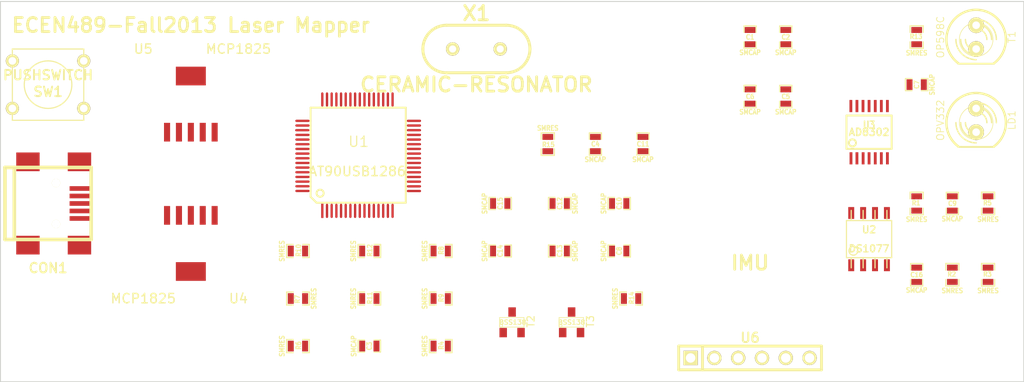
<source format=kicad_pcb>
(kicad_pcb (version 3) (host pcbnew "(2013-08-23 BZR 4296)-product")

  (general
    (links 104)
    (no_connects 104)
    (area 52.663956 22.809999 162.610001 63.7386)
    (thickness 1.6)
    (drawings 7)
    (tracks 0)
    (zones 0)
    (modules 44)
    (nets 84)
  )

  (page A4)
  (layers
    (15 F.Cu signal)
    (0 B.Cu signal)
    (16 B.Adhes user)
    (17 F.Adhes user)
    (18 B.Paste user)
    (19 F.Paste user)
    (20 B.SilkS user)
    (21 F.SilkS user)
    (22 B.Mask user)
    (23 F.Mask user)
    (24 Dwgs.User user)
    (25 Cmts.User user)
    (26 Eco1.User user)
    (27 Eco2.User user)
    (28 Edge.Cuts user)
  )

  (setup
    (last_trace_width 0.254)
    (trace_clearance 0.01)
    (zone_clearance 0.508)
    (zone_45_only no)
    (trace_min 0.254)
    (segment_width 0.2)
    (edge_width 0.1)
    (via_size 0.889)
    (via_drill 0.635)
    (via_min_size 0.889)
    (via_min_drill 0.508)
    (uvia_size 0.508)
    (uvia_drill 0.127)
    (uvias_allowed no)
    (uvia_min_size 0.508)
    (uvia_min_drill 0.127)
    (pcb_text_width 0.3)
    (pcb_text_size 1.5 1.5)
    (mod_edge_width 0.15)
    (mod_text_size 1 1)
    (mod_text_width 0.15)
    (pad_size 1.5 1.5)
    (pad_drill 0.6)
    (pad_to_mask_clearance 0)
    (aux_axis_origin 0 0)
    (visible_elements 7FFFFFFF)
    (pcbplotparams
      (layerselection 3178497)
      (usegerberextensions true)
      (excludeedgelayer true)
      (linewidth 0.150000)
      (plotframeref false)
      (viasonmask false)
      (mode 1)
      (useauxorigin false)
      (hpglpennumber 1)
      (hpglpenspeed 20)
      (hpglpendiameter 15)
      (hpglpenoverlay 2)
      (psnegative false)
      (psa4output false)
      (plotreference true)
      (plotvalue true)
      (plotothertext true)
      (plotinvisibletext false)
      (padsonsilk false)
      (subtractmaskfromsilk false)
      (outputformat 1)
      (mirror false)
      (drillshape 1)
      (scaleselection 1)
      (outputdirectory ""))
  )

  (net 0 "")
  (net 1 /A0)
  (net 2 /A1)
  (net 3 /A2)
  (net 4 /A3)
  (net 5 /A4)
  (net 6 /A5)
  (net 7 /A6)
  (net 8 /A7)
  (net 9 /B0)
  (net 10 /B1)
  (net 11 /B2)
  (net 12 /B3)
  (net 13 /B4)
  (net 14 /B5)
  (net 15 /B6)
  (net 16 /B7)
  (net 17 /C2)
  (net 18 /C3)
  (net 19 /C4)
  (net 20 /C5)
  (net 21 /C6)
  (net 22 /C7)
  (net 23 /D2)
  (net 24 /D3)
  (net 25 /D4)
  (net 26 /D5)
  (net 27 /D6)
  (net 28 /D7)
  (net 29 /E0)
  (net 30 /E1)
  (net 31 /E4)
  (net 32 /E5)
  (net 33 /E6)
  (net 34 /E7)
  (net 35 /F2)
  (net 36 /F3)
  (net 37 /F4)
  (net 38 /F5)
  (net 39 /F6)
  (net 40 /F7)
  (net 41 /ad8302_inpa)
  (net 42 /ad8302_inpb)
  (net 43 /ad8302_mag)
  (net 44 /ad8302_ofsa)
  (net 45 /ad8302_ofsb)
  (net 46 /ad8302_phs)
  (net 47 /ad8302_vpos)
  (net 48 /ad8302_vref)
  (net 49 /mod_sig_1)
  (net 50 /osc_ctrl0)
  (net 51 /osc_ctrl1)
  (net 52 /regulator_3.3V)
  (net 53 /regulator_5V)
  (net 54 /reset_sig)
  (net 55 /return_sig)
  (net 56 /twi_scl_3.3V)
  (net 57 /twi_scl_5V)
  (net 58 /twi_sda_3.3V)
  (net 59 /twi_sda_5V)
  (net 60 /usb_5V)
  (net 61 /usb_d+)
  (net 62 /usb_d-)
  (net 63 /xtal1_sig)
  (net 64 /xtal2_sig)
  (net 65 GND)
  (net 66 N-0000011)
  (net 67 N-0000013)
  (net 68 N-0000015)
  (net 69 N-0000018)
  (net 70 N-000004)
  (net 71 N-0000046)
  (net 72 N-0000047)
  (net 73 N-000005)
  (net 74 N-000006)
  (net 75 N-0000064)
  (net 76 N-0000066)
  (net 77 N-0000068)
  (net 78 N-0000069)
  (net 79 N-0000070)
  (net 80 N-0000071)
  (net 81 N-0000073)
  (net 82 N-0000074)
  (net 83 N-000009)

  (net_class Default "This is the default net class."
    (clearance 0.01)
    (trace_width 0.254)
    (via_dia 0.889)
    (via_drill 0.635)
    (uvia_dia 0.508)
    (uvia_drill 0.127)
    (add_net "")
    (add_net /A0)
    (add_net /A1)
    (add_net /A2)
    (add_net /A3)
    (add_net /A4)
    (add_net /A5)
    (add_net /A6)
    (add_net /A7)
    (add_net /B0)
    (add_net /B1)
    (add_net /B2)
    (add_net /B3)
    (add_net /B4)
    (add_net /B5)
    (add_net /B6)
    (add_net /B7)
    (add_net /C2)
    (add_net /C3)
    (add_net /C4)
    (add_net /C5)
    (add_net /C6)
    (add_net /C7)
    (add_net /D2)
    (add_net /D3)
    (add_net /D4)
    (add_net /D5)
    (add_net /D6)
    (add_net /D7)
    (add_net /E0)
    (add_net /E1)
    (add_net /E4)
    (add_net /E5)
    (add_net /E6)
    (add_net /E7)
    (add_net /F2)
    (add_net /F3)
    (add_net /F4)
    (add_net /F5)
    (add_net /F6)
    (add_net /F7)
    (add_net /ad8302_inpa)
    (add_net /ad8302_inpb)
    (add_net /ad8302_mag)
    (add_net /ad8302_ofsa)
    (add_net /ad8302_ofsb)
    (add_net /ad8302_phs)
    (add_net /ad8302_vpos)
    (add_net /ad8302_vref)
    (add_net /mod_sig_1)
    (add_net /osc_ctrl0)
    (add_net /osc_ctrl1)
    (add_net /regulator_3.3V)
    (add_net /regulator_5V)
    (add_net /reset_sig)
    (add_net /return_sig)
    (add_net /twi_scl_3.3V)
    (add_net /twi_scl_5V)
    (add_net /twi_sda_3.3V)
    (add_net /twi_sda_5V)
    (add_net /usb_5V)
    (add_net /usb_d+)
    (add_net /usb_d-)
    (add_net /xtal1_sig)
    (add_net /xtal2_sig)
    (add_net GND)
    (add_net N-0000011)
    (add_net N-0000013)
    (add_net N-0000015)
    (add_net N-0000018)
    (add_net N-000004)
    (add_net N-0000046)
    (add_net N-0000047)
    (add_net N-000005)
    (add_net N-000006)
    (add_net N-0000064)
    (add_net N-0000066)
    (add_net N-0000068)
    (add_net N-0000069)
    (add_net N-0000070)
    (add_net N-0000071)
    (add_net N-0000073)
    (add_net N-0000074)
    (add_net N-000009)
  )

  (module USB_MINI_B placed (layer F.Cu) (tedit 505F99F2) (tstamp 5278709C)
    (at 58.42 44.45)
    (descr "USB Mini-B 5-pin SMD connector")
    (tags "USB, Mini-B, connector")
    (path /52742E6C)
    (fp_text reference CON1 (at 0 6.90118) (layer F.SilkS)
      (effects (font (size 1.016 1.016) (thickness 0.2032)))
    )
    (fp_text value USB-B (at 0 -7.0993) (layer F.SilkS) hide
      (effects (font (size 1.016 1.016) (thickness 0.2032)))
    )
    (fp_line (start -3.59918 -3.85064) (end -3.59918 3.85064) (layer F.SilkS) (width 0.381))
    (fp_line (start -4.59994 -3.85064) (end -4.59994 3.85064) (layer F.SilkS) (width 0.381))
    (fp_line (start -4.59994 3.85064) (end 4.59994 3.85064) (layer F.SilkS) (width 0.381))
    (fp_line (start 4.59994 3.85064) (end 4.59994 -3.85064) (layer F.SilkS) (width 0.381))
    (fp_line (start 4.59994 -3.85064) (end -4.59994 -3.85064) (layer F.SilkS) (width 0.381))
    (pad 1 smd rect (at 3.44932 -1.6002) (size 2.30124 0.50038)
      (layers F.Cu F.Paste F.Mask)
      (net 60 /usb_5V)
    )
    (pad 2 smd rect (at 3.44932 -0.8001) (size 2.30124 0.50038)
      (layers F.Cu F.Paste F.Mask)
      (net 62 /usb_d-)
    )
    (pad 3 smd rect (at 3.44932 0) (size 2.30124 0.50038)
      (layers F.Cu F.Paste F.Mask)
      (net 61 /usb_d+)
    )
    (pad 4 smd rect (at 3.44932 0.8001) (size 2.30124 0.50038)
      (layers F.Cu F.Paste F.Mask)
      (net 65 GND)
    )
    (pad 5 smd rect (at 3.44932 1.6002) (size 2.30124 0.50038)
      (layers F.Cu F.Paste F.Mask)
    )
    (pad 6 smd rect (at 3.35026 -4.45008) (size 2.49936 1.99898)
      (layers F.Cu F.Paste F.Mask)
    )
    (pad 7 smd rect (at -2.14884 -4.45008) (size 2.49936 1.99898)
      (layers F.Cu F.Paste F.Mask)
    )
    (pad 8 smd rect (at 3.35026 4.45008) (size 2.49936 1.99898)
      (layers F.Cu F.Paste F.Mask)
    )
    (pad 9 smd rect (at -2.14884 4.45008) (size 2.49936 1.99898)
      (layers F.Cu F.Paste F.Mask)
    )
    (pad "" np_thru_hole circle (at 0.8509 -2.19964) (size 0.89916 0.89916) (drill 0.89916)
      (layers *.Cu *.Mask F.SilkS)
    )
    (pad 2 np_thru_hole circle (at 0.8509 2.19964) (size 0.89916 0.89916) (drill 0.89916)
      (layers *.Cu *.Mask F.SilkS)
      (net 62 /usb_d-)
    )
  )

  (module LED-5MM placed (layer F.Cu) (tedit 50ADE86B) (tstamp 527870AB)
    (at 157.48 35.56 270)
    (descr "LED 5mm - Lead pitch 100mil (2,54mm)")
    (tags "LED led 5mm 5MM 100mil 2,54mm")
    (path /52740787)
    (fp_text reference LD1 (at 0 -3.81 270) (layer F.SilkS)
      (effects (font (size 0.762 0.762) (thickness 0.0889)))
    )
    (fp_text value OPV332 (at 0 3.81 270) (layer F.SilkS)
      (effects (font (size 0.762 0.762) (thickness 0.0889)))
    )
    (fp_line (start 2.8448 1.905) (end 2.8448 -1.905) (layer F.SilkS) (width 0.2032))
    (fp_circle (center 0.254 0) (end -1.016 1.27) (layer F.SilkS) (width 0.0762))
    (fp_arc (start 0.254 0) (end 2.794 1.905) (angle 286.2) (layer F.SilkS) (width 0.254))
    (fp_arc (start 0.254 0) (end -0.889 0) (angle 90) (layer F.SilkS) (width 0.1524))
    (fp_arc (start 0.254 0) (end 1.397 0) (angle 90) (layer F.SilkS) (width 0.1524))
    (fp_arc (start 0.254 0) (end -1.397 0) (angle 90) (layer F.SilkS) (width 0.1524))
    (fp_arc (start 0.254 0) (end 1.905 0) (angle 90) (layer F.SilkS) (width 0.1524))
    (fp_arc (start 0.254 0) (end -1.905 0) (angle 90) (layer F.SilkS) (width 0.1524))
    (fp_arc (start 0.254 0) (end 2.413 0) (angle 90) (layer F.SilkS) (width 0.1524))
    (pad 1 thru_hole circle (at -1.27 0 270) (size 1.6764 1.6764) (drill 0.8128)
      (layers *.Cu *.Mask F.SilkS)
      (net 76 N-0000066)
    )
    (pad 2 thru_hole circle (at 1.27 0 270) (size 1.6764 1.6764) (drill 0.8128)
      (layers *.Cu *.Mask F.SilkS)
      (net 65 GND)
    )
    (model discret/leds/led5_vertical_verde.wrl
      (at (xyz 0 0 0))
      (scale (xyz 1 1 1))
      (rotate (xyz 0 0 0))
    )
  )

  (module SW_PUSH_SMALL placed (layer F.Cu) (tedit 46544DB3) (tstamp 5278717B)
    (at 58.42 31.75 180)
    (path /52742FC6)
    (fp_text reference SW1 (at 0 -0.762 180) (layer F.SilkS)
      (effects (font (size 1.016 1.016) (thickness 0.2032)))
    )
    (fp_text value PUSHSWITCH (at 0 1.016 180) (layer F.SilkS)
      (effects (font (size 1.016 1.016) (thickness 0.2032)))
    )
    (fp_circle (center 0 0) (end 0 -2.54) (layer F.SilkS) (width 0.127))
    (fp_line (start -3.81 -3.81) (end 3.81 -3.81) (layer F.SilkS) (width 0.127))
    (fp_line (start 3.81 -3.81) (end 3.81 3.81) (layer F.SilkS) (width 0.127))
    (fp_line (start 3.81 3.81) (end -3.81 3.81) (layer F.SilkS) (width 0.127))
    (fp_line (start -3.81 -3.81) (end -3.81 3.81) (layer F.SilkS) (width 0.127))
    (pad 1 thru_hole circle (at 3.81 -2.54 180) (size 1.397 1.397) (drill 0.8128)
      (layers *.Cu *.Mask F.SilkS)
      (net 65 GND)
    )
    (pad 2 thru_hole circle (at 3.81 2.54 180) (size 1.397 1.397) (drill 0.8128)
      (layers *.Cu *.Mask F.SilkS)
      (net 54 /reset_sig)
    )
    (pad 1 thru_hole circle (at -3.81 -2.54 180) (size 1.397 1.397) (drill 0.8128)
      (layers *.Cu *.Mask F.SilkS)
      (net 65 GND)
    )
    (pad 2 thru_hole circle (at -3.81 2.54 180) (size 1.397 1.397) (drill 0.8128)
      (layers *.Cu *.Mask F.SilkS)
      (net 54 /reset_sig)
    )
  )

  (module LED-5MM placed (layer F.Cu) (tedit 50ADE86B) (tstamp 5278718A)
    (at 157.48 26.67 270)
    (descr "LED 5mm - Lead pitch 100mil (2,54mm)")
    (tags "LED led 5mm 5MM 100mil 2,54mm")
    (path /52741D7D)
    (fp_text reference T1 (at 0 -3.81 270) (layer F.SilkS)
      (effects (font (size 0.762 0.762) (thickness 0.0889)))
    )
    (fp_text value OP598C (at 0 3.81 270) (layer F.SilkS)
      (effects (font (size 0.762 0.762) (thickness 0.0889)))
    )
    (fp_line (start 2.8448 1.905) (end 2.8448 -1.905) (layer F.SilkS) (width 0.2032))
    (fp_circle (center 0.254 0) (end -1.016 1.27) (layer F.SilkS) (width 0.0762))
    (fp_arc (start 0.254 0) (end 2.794 1.905) (angle 286.2) (layer F.SilkS) (width 0.254))
    (fp_arc (start 0.254 0) (end -0.889 0) (angle 90) (layer F.SilkS) (width 0.1524))
    (fp_arc (start 0.254 0) (end 1.397 0) (angle 90) (layer F.SilkS) (width 0.1524))
    (fp_arc (start 0.254 0) (end -1.397 0) (angle 90) (layer F.SilkS) (width 0.1524))
    (fp_arc (start 0.254 0) (end 1.905 0) (angle 90) (layer F.SilkS) (width 0.1524))
    (fp_arc (start 0.254 0) (end -1.905 0) (angle 90) (layer F.SilkS) (width 0.1524))
    (fp_arc (start 0.254 0) (end 2.413 0) (angle 90) (layer F.SilkS) (width 0.1524))
    (pad 1 thru_hole circle (at -1.27 0 270) (size 1.6764 1.6764) (drill 0.8128)
      (layers *.Cu *.Mask F.SilkS)
      (net 53 /regulator_5V)
    )
    (pad 2 thru_hole circle (at 1.27 0 270) (size 1.6764 1.6764) (drill 0.8128)
      (layers *.Cu *.Mask F.SilkS)
      (net 55 /return_sig)
    )
    (model discret/leds/led5_vertical_verde.wrl
      (at (xyz 0 0 0))
      (scale (xyz 1 1 1))
      (rotate (xyz 0 0 0))
    )
  )

  (module TQFP_64 placed (layer F.Cu) (tedit 48A969ED) (tstamp 527871F4)
    (at 91.44 39.37)
    (tags "TQFP64 TQFP SMD IC")
    (path /526E12D6)
    (fp_text reference U1 (at 0.127 -1.524) (layer F.SilkS)
      (effects (font (size 1.09982 1.09982) (thickness 0.127)))
    )
    (fp_text value AT90USB1286 (at 0 1.651) (layer F.SilkS)
      (effects (font (size 1.00076 1.00076) (thickness 0.1524)))
    )
    (fp_circle (center -3.98272 3.98272) (end -3.98272 3.60172) (layer F.SilkS) (width 0.2032))
    (fp_line (start 5.16128 -5.16128) (end -4.99872 -5.16128) (layer F.SilkS) (width 0.2032))
    (fp_line (start -4.99872 -5.16128) (end -4.99872 4.36372) (layer F.SilkS) (width 0.2032))
    (fp_line (start -4.99872 4.36372) (end -4.36372 4.99872) (layer F.SilkS) (width 0.2032))
    (fp_line (start -4.36372 4.99872) (end 5.16128 4.99872) (layer F.SilkS) (width 0.2032))
    (fp_line (start 5.16128 4.99872) (end 5.16128 -5.16128) (layer F.SilkS) (width 0.2032))
    (pad 1 smd rect (at -3.74904 5.86994) (size 0.24892 1.524)
      (layers F.Cu F.Paste F.Mask)
      (net 33 /E6)
    )
    (pad 2 smd oval (at -3.24866 5.86994) (size 0.24892 1.524)
      (layers F.Cu F.Paste F.Mask)
      (net 34 /E7)
    )
    (pad 3 smd oval (at -2.74828 5.86994) (size 0.24892 1.524)
      (layers F.Cu F.Paste F.Mask)
      (net 60 /usb_5V)
    )
    (pad 4 smd oval (at -2.2479 5.86994) (size 0.24892 1.524)
      (layers F.Cu F.Paste F.Mask)
      (net 66 N-0000011)
    )
    (pad 5 smd oval (at -1.74752 5.86994) (size 0.24892 1.524)
      (layers F.Cu F.Paste F.Mask)
      (net 69 N-0000018)
    )
    (pad 6 smd oval (at -1.24968 5.86994) (size 0.24892 1.524)
      (layers F.Cu F.Paste F.Mask)
      (net 65 GND)
    )
    (pad 7 smd oval (at -0.7493 5.86994) (size 0.24892 1.524)
      (layers F.Cu F.Paste F.Mask)
      (net 79 N-0000070)
    )
    (pad 8 smd oval (at -0.24892 5.86994) (size 0.24892 1.524)
      (layers F.Cu F.Paste F.Mask)
      (net 60 /usb_5V)
    )
    (pad 9 smd oval (at 0.25146 5.86994) (size 0.24892 1.524)
      (layers F.Cu F.Paste F.Mask)
      (net 80 N-0000071)
    )
    (pad 10 smd oval (at 0.75184 5.86994) (size 0.24892 1.524)
      (layers F.Cu F.Paste F.Mask)
      (net 9 /B0)
    )
    (pad 11 smd oval (at 1.25222 5.86994) (size 0.24892 1.524)
      (layers F.Cu F.Paste F.Mask)
      (net 10 /B1)
    )
    (pad 12 smd oval (at 1.75006 5.86994) (size 0.24892 1.524)
      (layers F.Cu F.Paste F.Mask)
      (net 11 /B2)
    )
    (pad 13 smd oval (at 2.25044 5.86994) (size 0.24892 1.524)
      (layers F.Cu F.Paste F.Mask)
      (net 12 /B3)
    )
    (pad 14 smd oval (at 2.75082 5.86994) (size 0.24892 1.524)
      (layers F.Cu F.Paste F.Mask)
      (net 13 /B4)
    )
    (pad 15 smd oval (at 3.2512 5.86994) (size 0.24892 1.524)
      (layers F.Cu F.Paste F.Mask)
      (net 14 /B5)
    )
    (pad 16 smd oval (at 3.75158 5.86994) (size 0.24892 1.524)
      (layers F.Cu F.Paste F.Mask)
      (net 15 /B6)
    )
    (pad 17 smd oval (at 6.0325 3.74904) (size 1.524 0.24892)
      (layers F.Cu F.Paste F.Mask)
      (net 16 /B7)
    )
    (pad 18 smd oval (at 6.0325 3.24866) (size 1.524 0.24892)
      (layers F.Cu F.Paste F.Mask)
      (net 31 /E4)
    )
    (pad 19 smd oval (at 6.0325 2.74828) (size 1.524 0.24892)
      (layers F.Cu F.Paste F.Mask)
      (net 32 /E5)
    )
    (pad 20 smd oval (at 6.0325 2.2479) (size 1.524 0.24892)
      (layers F.Cu F.Paste F.Mask)
      (net 54 /reset_sig)
    )
    (pad 21 smd oval (at 6.0325 1.74752) (size 1.524 0.24892)
      (layers F.Cu F.Paste F.Mask)
      (net 81 N-0000073)
    )
    (pad 22 smd oval (at 6.0325 1.24968) (size 1.524 0.24892)
      (layers F.Cu F.Paste F.Mask)
      (net 65 GND)
    )
    (pad 23 smd oval (at 6.0325 0.7493) (size 1.524 0.24892)
      (layers F.Cu F.Paste F.Mask)
      (net 64 /xtal2_sig)
    )
    (pad 24 smd oval (at 6.0325 0.24892) (size 1.524 0.24892)
      (layers F.Cu F.Paste F.Mask)
      (net 63 /xtal1_sig)
    )
    (pad 25 smd oval (at 6.0325 -0.25146) (size 1.524 0.24892)
      (layers F.Cu F.Paste F.Mask)
      (net 57 /twi_scl_5V)
    )
    (pad 26 smd oval (at 6.0325 -0.75184) (size 1.524 0.24892)
      (layers F.Cu F.Paste F.Mask)
      (net 59 /twi_sda_5V)
    )
    (pad 27 smd oval (at 6.0325 -1.25222) (size 1.524 0.24892)
      (layers F.Cu F.Paste F.Mask)
      (net 23 /D2)
    )
    (pad 28 smd oval (at 6.0325 -1.75006) (size 1.524 0.24892)
      (layers F.Cu F.Paste F.Mask)
      (net 24 /D3)
    )
    (pad 29 smd oval (at 6.0325 -2.25044) (size 1.524 0.24892)
      (layers F.Cu F.Paste F.Mask)
      (net 25 /D4)
    )
    (pad 30 smd oval (at 6.0325 -2.75082) (size 1.524 0.24892)
      (layers F.Cu F.Paste F.Mask)
      (net 26 /D5)
    )
    (pad 31 smd oval (at 6.0325 -3.2512) (size 1.524 0.24892)
      (layers F.Cu F.Paste F.Mask)
      (net 27 /D6)
    )
    (pad 32 smd oval (at 6.0325 -3.75158) (size 1.524 0.24892)
      (layers F.Cu F.Paste F.Mask)
      (net 28 /D7)
    )
    (pad 33 smd oval (at 3.75158 -6.0325) (size 0.24892 1.524)
      (layers F.Cu F.Paste F.Mask)
      (net 29 /E0)
    )
    (pad 34 smd oval (at 3.2512 -6.0325) (size 0.24892 1.524)
      (layers F.Cu F.Paste F.Mask)
      (net 30 /E1)
    )
    (pad 35 smd oval (at 2.75082 -6.0325) (size 0.24892 1.524)
      (layers F.Cu F.Paste F.Mask)
      (net 50 /osc_ctrl0)
    )
    (pad 36 smd oval (at 2.25044 -6.0325) (size 0.24892 1.524)
      (layers F.Cu F.Paste F.Mask)
      (net 51 /osc_ctrl1)
    )
    (pad 37 smd oval (at 1.75006 -6.0325) (size 0.24892 1.524)
      (layers F.Cu F.Paste F.Mask)
      (net 17 /C2)
    )
    (pad 38 smd oval (at 1.25222 -6.0325) (size 0.24892 1.524)
      (layers F.Cu F.Paste F.Mask)
      (net 18 /C3)
    )
    (pad 39 smd oval (at 0.75184 -6.0325) (size 0.24892 1.524)
      (layers F.Cu F.Paste F.Mask)
      (net 19 /C4)
    )
    (pad 40 smd oval (at 0.25146 -6.0325) (size 0.24892 1.524)
      (layers F.Cu F.Paste F.Mask)
      (net 20 /C5)
    )
    (pad 41 smd oval (at -0.24892 -6.0325) (size 0.24892 1.524)
      (layers F.Cu F.Paste F.Mask)
      (net 21 /C6)
    )
    (pad 42 smd oval (at -0.7493 -6.0325) (size 0.24892 1.524)
      (layers F.Cu F.Paste F.Mask)
      (net 22 /C7)
    )
    (pad 43 smd oval (at -1.24968 -6.0325) (size 0.24892 1.524)
      (layers F.Cu F.Paste F.Mask)
      (net 78 N-0000069)
    )
    (pad 44 smd oval (at -1.74752 -6.0325) (size 0.24892 1.524)
      (layers F.Cu F.Paste F.Mask)
      (net 8 /A7)
    )
    (pad 45 smd oval (at -2.2479 -6.0325) (size 0.24892 1.524)
      (layers F.Cu F.Paste F.Mask)
      (net 7 /A6)
    )
    (pad 46 smd oval (at -2.74828 -6.0325) (size 0.24892 1.524)
      (layers F.Cu F.Paste F.Mask)
      (net 6 /A5)
    )
    (pad 47 smd oval (at -3.24866 -6.0325) (size 0.24892 1.524)
      (layers F.Cu F.Paste F.Mask)
      (net 5 /A4)
    )
    (pad 48 smd oval (at -3.74904 -6.0325) (size 0.24892 1.524)
      (layers F.Cu F.Paste F.Mask)
      (net 4 /A3)
    )
    (pad 49 smd oval (at -5.86994 -3.75158) (size 1.524 0.24892)
      (layers F.Cu F.Paste F.Mask)
      (net 3 /A2)
    )
    (pad 50 smd oval (at -5.86994 -3.2512) (size 1.524 0.24892)
      (layers F.Cu F.Paste F.Mask)
      (net 2 /A1)
    )
    (pad 52 smd oval (at -5.86994 -2.25044) (size 1.524 0.24892)
      (layers F.Cu F.Paste F.Mask)
      (net 77 N-0000068)
    )
    (pad 51 smd oval (at -5.88772 -2.75082) (size 1.524 0.24892)
      (layers F.Cu F.Paste F.Mask)
      (net 1 /A0)
    )
    (pad 53 smd oval (at -5.86994 -1.75006) (size 1.524 0.24892)
      (layers F.Cu F.Paste F.Mask)
      (net 65 GND)
    )
    (pad 54 smd oval (at -5.86994 -1.25222) (size 1.524 0.24892)
      (layers F.Cu F.Paste F.Mask)
      (net 40 /F7)
    )
    (pad 55 smd oval (at -5.86994 -0.75184) (size 1.524 0.24892)
      (layers F.Cu F.Paste F.Mask)
      (net 39 /F6)
    )
    (pad 56 smd oval (at -5.86994 -0.25146) (size 1.524 0.24892)
      (layers F.Cu F.Paste F.Mask)
      (net 38 /F5)
    )
    (pad 57 smd oval (at -5.86994 0.24892) (size 1.524 0.24892)
      (layers F.Cu F.Paste F.Mask)
      (net 37 /F4)
    )
    (pad 58 smd oval (at -5.86994 0.7493) (size 1.524 0.24892)
      (layers F.Cu F.Paste F.Mask)
      (net 36 /F3)
    )
    (pad 59 smd oval (at -5.86994 1.24206) (size 1.524 0.24892)
      (layers F.Cu F.Paste F.Mask)
      (net 35 /F2)
    )
    (pad 60 smd oval (at -5.86994 1.74244) (size 1.524 0.24892)
      (layers F.Cu F.Paste F.Mask)
      (net 46 /ad8302_phs)
    )
    (pad 61 smd oval (at -5.86994 2.24282) (size 1.524 0.24892)
      (layers F.Cu F.Paste F.Mask)
      (net 43 /ad8302_mag)
    )
    (pad 62 smd oval (at -5.86994 2.7432) (size 1.524 0.24892)
      (layers F.Cu F.Paste F.Mask)
      (net 48 /ad8302_vref)
    )
    (pad 63 smd oval (at -5.86994 3.24104) (size 1.524 0.24892)
      (layers F.Cu F.Paste F.Mask)
      (net 65 GND)
    )
    (pad 64 smd oval (at -5.86994 3.74142) (size 1.524 0.24892)
      (layers F.Cu F.Paste F.Mask)
      (net 82 N-0000074)
    )
    (model smd/TQFP_64.wrl
      (at (xyz 0 0 0.001))
      (scale (xyz 0.3937 0.3937 0.3937))
      (rotate (xyz 0 0 0))
    )
  )

  (module so-8 placed (layer F.Cu) (tedit 48A6C16E) (tstamp 5278720D)
    (at 146.05 48.26)
    (descr SO-8)
    (path /526F0599)
    (attr smd)
    (fp_text reference U2 (at 0 -1.016) (layer F.SilkS)
      (effects (font (size 0.7493 0.7493) (thickness 0.14986)))
    )
    (fp_text value DS1077 (at 0 1.016) (layer F.SilkS)
      (effects (font (size 0.7493 0.7493) (thickness 0.14986)))
    )
    (fp_line (start -2.413 -1.9812) (end -2.413 1.9812) (layer F.SilkS) (width 0.127))
    (fp_line (start -2.413 1.9812) (end 2.413 1.9812) (layer F.SilkS) (width 0.127))
    (fp_line (start 2.413 1.9812) (end 2.413 -1.9812) (layer F.SilkS) (width 0.127))
    (fp_line (start 2.413 -1.9812) (end -2.413 -1.9812) (layer F.SilkS) (width 0.127))
    (fp_line (start -1.905 -1.9812) (end -1.905 -3.0734) (layer F.SilkS) (width 0.127))
    (fp_line (start -0.635 -1.9812) (end -0.635 -3.0734) (layer F.SilkS) (width 0.127))
    (fp_line (start 0.635 -1.9812) (end 0.635 -3.0734) (layer F.SilkS) (width 0.127))
    (fp_line (start 1.905 -3.0734) (end 1.905 -1.9812) (layer F.SilkS) (width 0.127))
    (fp_line (start 1.905 1.9812) (end 1.905 3.0734) (layer F.SilkS) (width 0.127))
    (fp_line (start 0.635 3.0734) (end 0.635 1.9812) (layer F.SilkS) (width 0.127))
    (fp_line (start -0.635 3.0734) (end -0.635 1.9812) (layer F.SilkS) (width 0.127))
    (fp_line (start -1.905 3.0734) (end -1.905 1.9812) (layer F.SilkS) (width 0.127))
    (fp_circle (center -1.6764 1.2446) (end -1.9558 1.6256) (layer F.SilkS) (width 0.127))
    (pad 1 smd rect (at -1.905 2.794) (size 0.635 1.27)
      (layers F.Cu F.Paste F.Mask)
      (net 49 /mod_sig_1)
    )
    (pad 2 smd rect (at -0.635 2.794) (size 0.635 1.27)
      (layers F.Cu F.Paste F.Mask)
      (net 75 N-0000064)
    )
    (pad 3 smd rect (at 0.635 2.794) (size 0.635 1.27)
      (layers F.Cu F.Paste F.Mask)
      (net 53 /regulator_5V)
    )
    (pad 4 smd rect (at 1.905 2.794) (size 0.635 1.27)
      (layers F.Cu F.Paste F.Mask)
      (net 65 GND)
    )
    (pad 5 smd rect (at 1.905 -2.794) (size 0.635 1.27)
      (layers F.Cu F.Paste F.Mask)
      (net 50 /osc_ctrl0)
    )
    (pad 6 smd rect (at 0.635 -2.794) (size 0.635 1.27)
      (layers F.Cu F.Paste F.Mask)
      (net 51 /osc_ctrl1)
    )
    (pad 7 smd rect (at -0.635 -2.794) (size 0.635 1.27)
      (layers F.Cu F.Paste F.Mask)
      (net 59 /twi_sda_5V)
    )
    (pad 8 smd rect (at -1.905 -2.794) (size 0.635 1.27)
      (layers F.Cu F.Paste F.Mask)
      (net 57 /twi_scl_5V)
    )
    (model smd/smd_dil/so-8.wrl
      (at (xyz 0 0 0))
      (scale (xyz 1 1 1))
      (rotate (xyz 0 0 0))
    )
  )

  (module SOT-223-5pin placed (layer F.Cu) (tedit 5277D574) (tstamp 5278722E)
    (at 73.66 45.72 180)
    (path /52742B72)
    (fp_text reference U4 (at -5.08 -8.89 180) (layer F.SilkS)
      (effects (font (size 1 1) (thickness 0.15)))
    )
    (fp_text value MCP1825 (at 5.08 -8.89 180) (layer F.SilkS)
      (effects (font (size 1 1) (thickness 0.15)))
    )
    (pad 5 smd rect (at 2.54 0 180) (size 0.65 2)
      (layers F.Cu F.Paste F.Mask)
      (net 67 N-0000013)
    )
    (pad 4 smd rect (at 1.27 0 180) (size 0.65 2)
      (layers F.Cu F.Paste F.Mask)
      (net 53 /regulator_5V)
    )
    (pad 3 smd rect (at 0 0 180) (size 0.65 2)
      (layers F.Cu F.Paste F.Mask)
      (net 65 GND)
    )
    (pad 2 smd rect (at -1.27 0 180) (size 0.65 2)
      (layers F.Cu F.Paste F.Mask)
      (net 60 /usb_5V)
    )
    (pad 1 smd rect (at -2.54 0 180) (size 0.65 2)
      (layers F.Cu F.Paste F.Mask)
      (net 60 /usb_5V)
    )
    (pad 6 smd rect (at 0 -6 180) (size 3.2 2)
      (layers F.Cu F.Paste F.Mask)
      (net 65 GND)
    )
  )

  (module SOT-223-5pin placed (layer F.Cu) (tedit 5277D574) (tstamp 52787238)
    (at 73.66 36.83)
    (path /52746EA6)
    (fp_text reference U5 (at -5.08 -8.89) (layer F.SilkS)
      (effects (font (size 1 1) (thickness 0.15)))
    )
    (fp_text value MCP1825 (at 5.08 -8.89) (layer F.SilkS)
      (effects (font (size 1 1) (thickness 0.15)))
    )
    (pad 5 smd rect (at 2.54 0) (size 0.65 2)
      (layers F.Cu F.Paste F.Mask)
      (net 70 N-000004)
    )
    (pad 4 smd rect (at 1.27 0) (size 0.65 2)
      (layers F.Cu F.Paste F.Mask)
      (net 52 /regulator_3.3V)
    )
    (pad 3 smd rect (at 0 0) (size 0.65 2)
      (layers F.Cu F.Paste F.Mask)
      (net 65 GND)
    )
    (pad 2 smd rect (at -1.27 0) (size 0.65 2)
      (layers F.Cu F.Paste F.Mask)
      (net 60 /usb_5V)
    )
    (pad 1 smd rect (at -2.54 0) (size 0.65 2)
      (layers F.Cu F.Paste F.Mask)
      (net 60 /usb_5V)
    )
    (pad 6 smd rect (at 0 -6) (size 3.2 2)
      (layers F.Cu F.Paste F.Mask)
      (net 65 GND)
    )
  )

  (module PIN_ARRAY-6X1 placed (layer F.Cu) (tedit 41402119) (tstamp 52787247)
    (at 133.35 60.96)
    (descr "Connecteur 6 pins")
    (tags "CONN DEV")
    (path /527841C1)
    (fp_text reference U6 (at 0 -2.159) (layer F.SilkS)
      (effects (font (size 1.016 1.016) (thickness 0.2032)))
    )
    (fp_text value 6DOF (at 0 2.159) (layer F.SilkS) hide
      (effects (font (size 1.016 0.889) (thickness 0.2032)))
    )
    (fp_line (start -7.62 1.27) (end -7.62 -1.27) (layer F.SilkS) (width 0.3048))
    (fp_line (start -7.62 -1.27) (end 7.62 -1.27) (layer F.SilkS) (width 0.3048))
    (fp_line (start 7.62 -1.27) (end 7.62 1.27) (layer F.SilkS) (width 0.3048))
    (fp_line (start 7.62 1.27) (end -7.62 1.27) (layer F.SilkS) (width 0.3048))
    (fp_line (start -5.08 1.27) (end -5.08 -1.27) (layer F.SilkS) (width 0.3048))
    (pad 1 thru_hole rect (at -6.35 0) (size 1.524 1.524) (drill 1.016)
      (layers *.Cu *.Mask F.SilkS)
      (net 71 N-0000046)
    )
    (pad 2 thru_hole circle (at -3.81 0) (size 1.524 1.524) (drill 1.016)
      (layers *.Cu *.Mask F.SilkS)
      (net 72 N-0000047)
    )
    (pad 3 thru_hole circle (at -1.27 0) (size 1.524 1.524) (drill 1.016)
      (layers *.Cu *.Mask F.SilkS)
      (net 56 /twi_scl_3.3V)
    )
    (pad 4 thru_hole circle (at 1.27 0) (size 1.524 1.524) (drill 1.016)
      (layers *.Cu *.Mask F.SilkS)
      (net 58 /twi_sda_3.3V)
    )
    (pad 5 thru_hole circle (at 3.81 0) (size 1.524 1.524) (drill 1.016)
      (layers *.Cu *.Mask F.SilkS)
      (net 65 GND)
    )
    (pad 6 thru_hole circle (at 6.35 0) (size 1.524 1.524) (drill 1.016)
      (layers *.Cu *.Mask F.SilkS)
      (net 52 /regulator_3.3V)
    )
    (model pin_array/pins_array_6x1.wrl
      (at (xyz 0 0 0))
      (scale (xyz 1 1 1))
      (rotate (xyz 0 0 0))
    )
  )

  (module SOT23 (layer F.Cu) (tedit 52797EF9) (tstamp 527871AA)
    (at 114.3 57.15)
    (tags SOT23)
    (path /52748162)
    (fp_text reference T3 (at 1.99898 -0.09906 90) (layer F.SilkS)
      (effects (font (size 0.762 0.762) (thickness 0.11938)))
    )
    (fp_text value BSS138 (at 0 0) (layer F.SilkS)
      (effects (font (size 0.50038 0.50038) (thickness 0.09906)))
    )
    (fp_circle (center -1.17602 0.35052) (end -1.30048 0.44958) (layer F.SilkS) (width 0.07874))
    (fp_line (start 1.27 -0.508) (end 1.27 0.508) (layer F.SilkS) (width 0.07874))
    (fp_line (start -1.3335 -0.508) (end -1.3335 0.508) (layer F.SilkS) (width 0.07874))
    (fp_line (start 1.27 0.508) (end -1.3335 0.508) (layer F.SilkS) (width 0.07874))
    (fp_line (start -1.3335 -0.508) (end 1.27 -0.508) (layer F.SilkS) (width 0.07874))
    (pad 3 smd rect (at 0 -1.09982) (size 0.8001 1.00076)
      (layers F.Cu F.Paste F.Mask)
      (net 58 /twi_sda_3.3V)
    )
    (pad 2 smd rect (at 0.9525 1.09982) (size 0.8001 1.00076)
      (layers F.Cu F.Paste F.Mask)
      (net 59 /twi_sda_5V)
    )
    (pad 1 smd rect (at -0.9525 1.09982) (size 0.8001 1.00076)
      (layers F.Cu F.Paste F.Mask)
      (net 52 /regulator_3.3V)
    )
    (model smd\SOT23_3.wrl
      (at (xyz 0 0 0))
      (scale (xyz 0.4 0.4 0.4))
      (rotate (xyz 0 0 180))
    )
  )

  (module SOT23 (layer F.Cu) (tedit 5051A6D7) (tstamp 5278719A)
    (at 107.95 57.15)
    (tags SOT23)
    (path /52747BC6)
    (fp_text reference T2 (at 1.99898 -0.09906 90) (layer F.SilkS)
      (effects (font (size 0.762 0.762) (thickness 0.11938)))
    )
    (fp_text value BSS138 (at 0.0635 0) (layer F.SilkS)
      (effects (font (size 0.50038 0.50038) (thickness 0.09906)))
    )
    (fp_circle (center -1.17602 0.35052) (end -1.30048 0.44958) (layer F.SilkS) (width 0.07874))
    (fp_line (start 1.27 -0.508) (end 1.27 0.508) (layer F.SilkS) (width 0.07874))
    (fp_line (start -1.3335 -0.508) (end -1.3335 0.508) (layer F.SilkS) (width 0.07874))
    (fp_line (start 1.27 0.508) (end -1.3335 0.508) (layer F.SilkS) (width 0.07874))
    (fp_line (start -1.3335 -0.508) (end 1.27 -0.508) (layer F.SilkS) (width 0.07874))
    (pad 3 smd rect (at 0 -1.09982) (size 0.8001 1.00076)
      (layers F.Cu F.Paste F.Mask)
      (net 56 /twi_scl_3.3V)
    )
    (pad 2 smd rect (at 0.9525 1.09982) (size 0.8001 1.00076)
      (layers F.Cu F.Paste F.Mask)
      (net 57 /twi_scl_5V)
    )
    (pad 1 smd rect (at -0.9525 1.09982) (size 0.8001 1.00076)
      (layers F.Cu F.Paste F.Mask)
      (net 52 /regulator_3.3V)
    )
    (model smd\SOT23_3.wrl
      (at (xyz 0 0 0))
      (scale (xyz 0.4 0.4 0.4))
      (rotate (xyz 0 0 180))
    )
  )

  (module HC-49V (layer F.Cu) (tedit 4C5EC450) (tstamp 52797C30)
    (at 104.14 27.94)
    (descr "Quartz boitier HC-49 Vertical")
    (tags "QUARTZ DEV")
    (path /526DDAF8)
    (autoplace_cost180 10)
    (fp_text reference X1 (at 0 -3.81) (layer F.SilkS)
      (effects (font (thickness 0.3048)))
    )
    (fp_text value CERAMIC-RESONATOR (at 0 3.81) (layer F.SilkS)
      (effects (font (thickness 0.3048)))
    )
    (fp_line (start -3.175 2.54) (end 3.175 2.54) (layer F.SilkS) (width 0.3175))
    (fp_line (start -3.175 -2.54) (end 3.175 -2.54) (layer F.SilkS) (width 0.3175))
    (fp_arc (start 3.175 0) (end 3.175 -2.54) (angle 90) (layer F.SilkS) (width 0.3175))
    (fp_arc (start 3.175 0) (end 5.715 0) (angle 90) (layer F.SilkS) (width 0.3175))
    (fp_arc (start -3.175 0) (end -5.715 0) (angle 90) (layer F.SilkS) (width 0.3175))
    (fp_arc (start -3.175 0) (end -3.175 2.54) (angle 90) (layer F.SilkS) (width 0.3175))
    (pad 1 thru_hole circle (at -2.54 0) (size 1.4224 1.4224) (drill 0.762)
      (layers *.Cu *.Mask F.SilkS)
      (net 63 /xtal1_sig)
    )
    (pad 2 thru_hole circle (at 2.54 0) (size 1.4224 1.4224) (drill 0.762)
      (layers *.Cu *.Mask F.SilkS)
      (net 64 /xtal2_sig)
    )
    (model discret/xtal/crystal_hc18u_vertical.wrl
      (at (xyz 0 0 0))
      (scale (xyz 1 1 0.2))
      (rotate (xyz 0 0 0))
    )
  )

  (module SM0603_Capa (layer F.Cu) (tedit 5051B1EC) (tstamp 52798096)
    (at 133.35 26.67 90)
    (path /52740C13)
    (attr smd)
    (fp_text reference C1 (at 0 0 180) (layer F.SilkS)
      (effects (font (size 0.508 0.4572) (thickness 0.1143)))
    )
    (fp_text value SMCAP (at -1.651 0 180) (layer F.SilkS)
      (effects (font (size 0.508 0.4572) (thickness 0.1143)))
    )
    (fp_line (start 0.50038 0.65024) (end 1.19888 0.65024) (layer F.SilkS) (width 0.11938))
    (fp_line (start -0.50038 0.65024) (end -1.19888 0.65024) (layer F.SilkS) (width 0.11938))
    (fp_line (start 0.50038 -0.65024) (end 1.19888 -0.65024) (layer F.SilkS) (width 0.11938))
    (fp_line (start -1.19888 -0.65024) (end -0.50038 -0.65024) (layer F.SilkS) (width 0.11938))
    (fp_line (start 1.19888 -0.635) (end 1.19888 0.635) (layer F.SilkS) (width 0.11938))
    (fp_line (start -1.19888 0.635) (end -1.19888 -0.635) (layer F.SilkS) (width 0.11938))
    (pad 1 smd rect (at -0.762 0 90) (size 0.635 1.143)
      (layers F.Cu F.Paste F.Mask)
      (net 65 GND)
    )
    (pad 2 smd rect (at 0.762 0 90) (size 0.635 1.143)
      (layers F.Cu F.Paste F.Mask)
      (net 73 N-000005)
    )
    (model smd\capacitors\C0603.wrl
      (at (xyz 0 0 0.001))
      (scale (xyz 0.5 0.5 0.5))
      (rotate (xyz 0 0 0))
    )
  )

  (module SM0603_Capa (layer F.Cu) (tedit 5051B1EC) (tstamp 527980A1)
    (at 137.16 26.67 90)
    (path /52740CC0)
    (attr smd)
    (fp_text reference C2 (at 0 0 180) (layer F.SilkS)
      (effects (font (size 0.508 0.4572) (thickness 0.1143)))
    )
    (fp_text value SMCAP (at -1.651 0 180) (layer F.SilkS)
      (effects (font (size 0.508 0.4572) (thickness 0.1143)))
    )
    (fp_line (start 0.50038 0.65024) (end 1.19888 0.65024) (layer F.SilkS) (width 0.11938))
    (fp_line (start -0.50038 0.65024) (end -1.19888 0.65024) (layer F.SilkS) (width 0.11938))
    (fp_line (start 0.50038 -0.65024) (end 1.19888 -0.65024) (layer F.SilkS) (width 0.11938))
    (fp_line (start -1.19888 -0.65024) (end -0.50038 -0.65024) (layer F.SilkS) (width 0.11938))
    (fp_line (start 1.19888 -0.635) (end 1.19888 0.635) (layer F.SilkS) (width 0.11938))
    (fp_line (start -1.19888 0.635) (end -1.19888 -0.635) (layer F.SilkS) (width 0.11938))
    (pad 1 smd rect (at -0.762 0 90) (size 0.635 1.143)
      (layers F.Cu F.Paste F.Mask)
      (net 65 GND)
    )
    (pad 2 smd rect (at 0.762 0 90) (size 0.635 1.143)
      (layers F.Cu F.Paste F.Mask)
      (net 74 N-000006)
    )
    (model smd\capacitors\C0603.wrl
      (at (xyz 0 0 0.001))
      (scale (xyz 0.5 0.5 0.5))
      (rotate (xyz 0 0 0))
    )
  )

  (module SM0603_Capa (layer F.Cu) (tedit 5051B1EC) (tstamp 527980AC)
    (at 92.71 59.69)
    (path /52740D9C)
    (attr smd)
    (fp_text reference C3 (at 0 0 90) (layer F.SilkS)
      (effects (font (size 0.508 0.4572) (thickness 0.1143)))
    )
    (fp_text value SMCAP (at -1.651 0 90) (layer F.SilkS)
      (effects (font (size 0.508 0.4572) (thickness 0.1143)))
    )
    (fp_line (start 0.50038 0.65024) (end 1.19888 0.65024) (layer F.SilkS) (width 0.11938))
    (fp_line (start -0.50038 0.65024) (end -1.19888 0.65024) (layer F.SilkS) (width 0.11938))
    (fp_line (start 0.50038 -0.65024) (end 1.19888 -0.65024) (layer F.SilkS) (width 0.11938))
    (fp_line (start -1.19888 -0.65024) (end -0.50038 -0.65024) (layer F.SilkS) (width 0.11938))
    (fp_line (start 1.19888 -0.635) (end 1.19888 0.635) (layer F.SilkS) (width 0.11938))
    (fp_line (start -1.19888 0.635) (end -1.19888 -0.635) (layer F.SilkS) (width 0.11938))
    (pad 1 smd rect (at -0.762 0) (size 0.635 1.143)
      (layers F.Cu F.Paste F.Mask)
      (net 65 GND)
    )
    (pad 2 smd rect (at 0.762 0) (size 0.635 1.143)
      (layers F.Cu F.Paste F.Mask)
      (net 47 /ad8302_vpos)
    )
    (model smd\capacitors\C0603.wrl
      (at (xyz 0 0 0.001))
      (scale (xyz 0.5 0.5 0.5))
      (rotate (xyz 0 0 0))
    )
  )

  (module SM0603_Capa (layer F.Cu) (tedit 5051B1EC) (tstamp 527980B7)
    (at 116.84 38.1 90)
    (path /52740DAB)
    (attr smd)
    (fp_text reference C4 (at 0 0 180) (layer F.SilkS)
      (effects (font (size 0.508 0.4572) (thickness 0.1143)))
    )
    (fp_text value SMCAP (at -1.651 0 180) (layer F.SilkS)
      (effects (font (size 0.508 0.4572) (thickness 0.1143)))
    )
    (fp_line (start 0.50038 0.65024) (end 1.19888 0.65024) (layer F.SilkS) (width 0.11938))
    (fp_line (start -0.50038 0.65024) (end -1.19888 0.65024) (layer F.SilkS) (width 0.11938))
    (fp_line (start 0.50038 -0.65024) (end 1.19888 -0.65024) (layer F.SilkS) (width 0.11938))
    (fp_line (start -1.19888 -0.65024) (end -0.50038 -0.65024) (layer F.SilkS) (width 0.11938))
    (fp_line (start 1.19888 -0.635) (end 1.19888 0.635) (layer F.SilkS) (width 0.11938))
    (fp_line (start -1.19888 0.635) (end -1.19888 -0.635) (layer F.SilkS) (width 0.11938))
    (pad 1 smd rect (at -0.762 0 90) (size 0.635 1.143)
      (layers F.Cu F.Paste F.Mask)
      (net 65 GND)
    )
    (pad 2 smd rect (at 0.762 0 90) (size 0.635 1.143)
      (layers F.Cu F.Paste F.Mask)
      (net 53 /regulator_5V)
    )
    (model smd\capacitors\C0603.wrl
      (at (xyz 0 0 0.001))
      (scale (xyz 0.5 0.5 0.5))
      (rotate (xyz 0 0 0))
    )
  )

  (module SM0603_Capa (layer F.Cu) (tedit 5051B1EC) (tstamp 527980C2)
    (at 137.16 33.02 90)
    (path /52741380)
    (attr smd)
    (fp_text reference C5 (at 0 0 180) (layer F.SilkS)
      (effects (font (size 0.508 0.4572) (thickness 0.1143)))
    )
    (fp_text value SMCAP (at -1.651 0 180) (layer F.SilkS)
      (effects (font (size 0.508 0.4572) (thickness 0.1143)))
    )
    (fp_line (start 0.50038 0.65024) (end 1.19888 0.65024) (layer F.SilkS) (width 0.11938))
    (fp_line (start -0.50038 0.65024) (end -1.19888 0.65024) (layer F.SilkS) (width 0.11938))
    (fp_line (start 0.50038 -0.65024) (end 1.19888 -0.65024) (layer F.SilkS) (width 0.11938))
    (fp_line (start -1.19888 -0.65024) (end -0.50038 -0.65024) (layer F.SilkS) (width 0.11938))
    (fp_line (start 1.19888 -0.635) (end 1.19888 0.635) (layer F.SilkS) (width 0.11938))
    (fp_line (start -1.19888 0.635) (end -1.19888 -0.635) (layer F.SilkS) (width 0.11938))
    (pad 1 smd rect (at -0.762 0 90) (size 0.635 1.143)
      (layers F.Cu F.Paste F.Mask)
      (net 49 /mod_sig_1)
    )
    (pad 2 smd rect (at 0.762 0 90) (size 0.635 1.143)
      (layers F.Cu F.Paste F.Mask)
      (net 41 /ad8302_inpa)
    )
    (model smd\capacitors\C0603.wrl
      (at (xyz 0 0 0.001))
      (scale (xyz 0.5 0.5 0.5))
      (rotate (xyz 0 0 0))
    )
  )

  (module SM0603_Capa (layer F.Cu) (tedit 5051B1EC) (tstamp 527980CD)
    (at 133.35 33.02 90)
    (path /5274138F)
    (attr smd)
    (fp_text reference C6 (at 0 0 180) (layer F.SilkS)
      (effects (font (size 0.508 0.4572) (thickness 0.1143)))
    )
    (fp_text value SMCAP (at -1.651 0 180) (layer F.SilkS)
      (effects (font (size 0.508 0.4572) (thickness 0.1143)))
    )
    (fp_line (start 0.50038 0.65024) (end 1.19888 0.65024) (layer F.SilkS) (width 0.11938))
    (fp_line (start -0.50038 0.65024) (end -1.19888 0.65024) (layer F.SilkS) (width 0.11938))
    (fp_line (start 0.50038 -0.65024) (end 1.19888 -0.65024) (layer F.SilkS) (width 0.11938))
    (fp_line (start -1.19888 -0.65024) (end -0.50038 -0.65024) (layer F.SilkS) (width 0.11938))
    (fp_line (start 1.19888 -0.635) (end 1.19888 0.635) (layer F.SilkS) (width 0.11938))
    (fp_line (start -1.19888 0.635) (end -1.19888 -0.635) (layer F.SilkS) (width 0.11938))
    (pad 1 smd rect (at -0.762 0 90) (size 0.635 1.143)
      (layers F.Cu F.Paste F.Mask)
      (net 65 GND)
    )
    (pad 2 smd rect (at 0.762 0 90) (size 0.635 1.143)
      (layers F.Cu F.Paste F.Mask)
      (net 44 /ad8302_ofsa)
    )
    (model smd\capacitors\C0603.wrl
      (at (xyz 0 0 0.001))
      (scale (xyz 0.5 0.5 0.5))
      (rotate (xyz 0 0 0))
    )
  )

  (module SM0603_Capa (layer F.Cu) (tedit 5051B1EC) (tstamp 527980D8)
    (at 151.13 31.75 180)
    (path /52741972)
    (attr smd)
    (fp_text reference C7 (at 0 0 270) (layer F.SilkS)
      (effects (font (size 0.508 0.4572) (thickness 0.1143)))
    )
    (fp_text value SMCAP (at -1.651 0 270) (layer F.SilkS)
      (effects (font (size 0.508 0.4572) (thickness 0.1143)))
    )
    (fp_line (start 0.50038 0.65024) (end 1.19888 0.65024) (layer F.SilkS) (width 0.11938))
    (fp_line (start -0.50038 0.65024) (end -1.19888 0.65024) (layer F.SilkS) (width 0.11938))
    (fp_line (start 0.50038 -0.65024) (end 1.19888 -0.65024) (layer F.SilkS) (width 0.11938))
    (fp_line (start -1.19888 -0.65024) (end -0.50038 -0.65024) (layer F.SilkS) (width 0.11938))
    (fp_line (start 1.19888 -0.635) (end 1.19888 0.635) (layer F.SilkS) (width 0.11938))
    (fp_line (start -1.19888 0.635) (end -1.19888 -0.635) (layer F.SilkS) (width 0.11938))
    (pad 1 smd rect (at -0.762 0 180) (size 0.635 1.143)
      (layers F.Cu F.Paste F.Mask)
      (net 55 /return_sig)
    )
    (pad 2 smd rect (at 0.762 0 180) (size 0.635 1.143)
      (layers F.Cu F.Paste F.Mask)
      (net 42 /ad8302_inpb)
    )
    (model smd\capacitors\C0603.wrl
      (at (xyz 0 0 0.001))
      (scale (xyz 0.5 0.5 0.5))
      (rotate (xyz 0 0 0))
    )
  )

  (module SM0603_Capa (layer F.Cu) (tedit 5051B1EC) (tstamp 527980E3)
    (at 119.38 49.53)
    (path /52741979)
    (attr smd)
    (fp_text reference C8 (at 0 0 90) (layer F.SilkS)
      (effects (font (size 0.508 0.4572) (thickness 0.1143)))
    )
    (fp_text value SMCAP (at -1.651 0 90) (layer F.SilkS)
      (effects (font (size 0.508 0.4572) (thickness 0.1143)))
    )
    (fp_line (start 0.50038 0.65024) (end 1.19888 0.65024) (layer F.SilkS) (width 0.11938))
    (fp_line (start -0.50038 0.65024) (end -1.19888 0.65024) (layer F.SilkS) (width 0.11938))
    (fp_line (start 0.50038 -0.65024) (end 1.19888 -0.65024) (layer F.SilkS) (width 0.11938))
    (fp_line (start -1.19888 -0.65024) (end -0.50038 -0.65024) (layer F.SilkS) (width 0.11938))
    (fp_line (start 1.19888 -0.635) (end 1.19888 0.635) (layer F.SilkS) (width 0.11938))
    (fp_line (start -1.19888 0.635) (end -1.19888 -0.635) (layer F.SilkS) (width 0.11938))
    (pad 1 smd rect (at -0.762 0) (size 0.635 1.143)
      (layers F.Cu F.Paste F.Mask)
      (net 65 GND)
    )
    (pad 2 smd rect (at 0.762 0) (size 0.635 1.143)
      (layers F.Cu F.Paste F.Mask)
      (net 45 /ad8302_ofsb)
    )
    (model smd\capacitors\C0603.wrl
      (at (xyz 0 0 0.001))
      (scale (xyz 0.5 0.5 0.5))
      (rotate (xyz 0 0 0))
    )
  )

  (module SM0603_Capa (layer F.Cu) (tedit 5051B1EC) (tstamp 527980EE)
    (at 154.94 44.45 90)
    (path /527427A7)
    (attr smd)
    (fp_text reference C9 (at 0 0 180) (layer F.SilkS)
      (effects (font (size 0.508 0.4572) (thickness 0.1143)))
    )
    (fp_text value SMCAP (at -1.651 0 180) (layer F.SilkS)
      (effects (font (size 0.508 0.4572) (thickness 0.1143)))
    )
    (fp_line (start 0.50038 0.65024) (end 1.19888 0.65024) (layer F.SilkS) (width 0.11938))
    (fp_line (start -0.50038 0.65024) (end -1.19888 0.65024) (layer F.SilkS) (width 0.11938))
    (fp_line (start 0.50038 -0.65024) (end 1.19888 -0.65024) (layer F.SilkS) (width 0.11938))
    (fp_line (start -1.19888 -0.65024) (end -0.50038 -0.65024) (layer F.SilkS) (width 0.11938))
    (fp_line (start 1.19888 -0.635) (end 1.19888 0.635) (layer F.SilkS) (width 0.11938))
    (fp_line (start -1.19888 0.635) (end -1.19888 -0.635) (layer F.SilkS) (width 0.11938))
    (pad 1 smd rect (at -0.762 0 90) (size 0.635 1.143)
      (layers F.Cu F.Paste F.Mask)
      (net 65 GND)
    )
    (pad 2 smd rect (at 0.762 0 90) (size 0.635 1.143)
      (layers F.Cu F.Paste F.Mask)
      (net 53 /regulator_5V)
    )
    (model smd\capacitors\C0603.wrl
      (at (xyz 0 0 0.001))
      (scale (xyz 0.5 0.5 0.5))
      (rotate (xyz 0 0 0))
    )
  )

  (module SM0603_Capa (layer F.Cu) (tedit 5051B1EC) (tstamp 527980F9)
    (at 119.38 44.45)
    (path /52743059)
    (attr smd)
    (fp_text reference C10 (at 0 0 90) (layer F.SilkS)
      (effects (font (size 0.508 0.4572) (thickness 0.1143)))
    )
    (fp_text value SMCAP (at -1.651 0 90) (layer F.SilkS)
      (effects (font (size 0.508 0.4572) (thickness 0.1143)))
    )
    (fp_line (start 0.50038 0.65024) (end 1.19888 0.65024) (layer F.SilkS) (width 0.11938))
    (fp_line (start -0.50038 0.65024) (end -1.19888 0.65024) (layer F.SilkS) (width 0.11938))
    (fp_line (start 0.50038 -0.65024) (end 1.19888 -0.65024) (layer F.SilkS) (width 0.11938))
    (fp_line (start -1.19888 -0.65024) (end -0.50038 -0.65024) (layer F.SilkS) (width 0.11938))
    (fp_line (start 1.19888 -0.635) (end 1.19888 0.635) (layer F.SilkS) (width 0.11938))
    (fp_line (start -1.19888 0.635) (end -1.19888 -0.635) (layer F.SilkS) (width 0.11938))
    (pad 1 smd rect (at -0.762 0) (size 0.635 1.143)
      (layers F.Cu F.Paste F.Mask)
      (net 65 GND)
    )
    (pad 2 smd rect (at 0.762 0) (size 0.635 1.143)
      (layers F.Cu F.Paste F.Mask)
      (net 53 /regulator_5V)
    )
    (model smd\capacitors\C0603.wrl
      (at (xyz 0 0 0.001))
      (scale (xyz 0.5 0.5 0.5))
      (rotate (xyz 0 0 0))
    )
  )

  (module SM0603_Capa (layer F.Cu) (tedit 5051B1EC) (tstamp 52798104)
    (at 121.92 38.1 90)
    (path /52743821)
    (attr smd)
    (fp_text reference C11 (at 0 0 180) (layer F.SilkS)
      (effects (font (size 0.508 0.4572) (thickness 0.1143)))
    )
    (fp_text value SMCAP (at -1.651 0 180) (layer F.SilkS)
      (effects (font (size 0.508 0.4572) (thickness 0.1143)))
    )
    (fp_line (start 0.50038 0.65024) (end 1.19888 0.65024) (layer F.SilkS) (width 0.11938))
    (fp_line (start -0.50038 0.65024) (end -1.19888 0.65024) (layer F.SilkS) (width 0.11938))
    (fp_line (start 0.50038 -0.65024) (end 1.19888 -0.65024) (layer F.SilkS) (width 0.11938))
    (fp_line (start -1.19888 -0.65024) (end -0.50038 -0.65024) (layer F.SilkS) (width 0.11938))
    (fp_line (start 1.19888 -0.635) (end 1.19888 0.635) (layer F.SilkS) (width 0.11938))
    (fp_line (start -1.19888 0.635) (end -1.19888 -0.635) (layer F.SilkS) (width 0.11938))
    (pad 1 smd rect (at -0.762 0 90) (size 0.635 1.143)
      (layers F.Cu F.Paste F.Mask)
      (net 65 GND)
    )
    (pad 2 smd rect (at 0.762 0 90) (size 0.635 1.143)
      (layers F.Cu F.Paste F.Mask)
      (net 63 /xtal1_sig)
    )
    (model smd\capacitors\C0603.wrl
      (at (xyz 0 0 0.001))
      (scale (xyz 0.5 0.5 0.5))
      (rotate (xyz 0 0 0))
    )
  )

  (module SM0603_Capa (layer F.Cu) (tedit 5051B1EC) (tstamp 5279810F)
    (at 113.03 44.45 180)
    (path /52743812)
    (attr smd)
    (fp_text reference C12 (at 0 0 270) (layer F.SilkS)
      (effects (font (size 0.508 0.4572) (thickness 0.1143)))
    )
    (fp_text value SMCAP (at -1.651 0 270) (layer F.SilkS)
      (effects (font (size 0.508 0.4572) (thickness 0.1143)))
    )
    (fp_line (start 0.50038 0.65024) (end 1.19888 0.65024) (layer F.SilkS) (width 0.11938))
    (fp_line (start -0.50038 0.65024) (end -1.19888 0.65024) (layer F.SilkS) (width 0.11938))
    (fp_line (start 0.50038 -0.65024) (end 1.19888 -0.65024) (layer F.SilkS) (width 0.11938))
    (fp_line (start -1.19888 -0.65024) (end -0.50038 -0.65024) (layer F.SilkS) (width 0.11938))
    (fp_line (start 1.19888 -0.635) (end 1.19888 0.635) (layer F.SilkS) (width 0.11938))
    (fp_line (start -1.19888 0.635) (end -1.19888 -0.635) (layer F.SilkS) (width 0.11938))
    (pad 1 smd rect (at -0.762 0 180) (size 0.635 1.143)
      (layers F.Cu F.Paste F.Mask)
      (net 65 GND)
    )
    (pad 2 smd rect (at 0.762 0 180) (size 0.635 1.143)
      (layers F.Cu F.Paste F.Mask)
      (net 64 /xtal2_sig)
    )
    (model smd\capacitors\C0603.wrl
      (at (xyz 0 0 0.001))
      (scale (xyz 0.5 0.5 0.5))
      (rotate (xyz 0 0 0))
    )
  )

  (module SM0603_Capa (layer F.Cu) (tedit 5051B1EC) (tstamp 5279811A)
    (at 113.03 49.53 180)
    (path /5274318A)
    (attr smd)
    (fp_text reference C13 (at 0 0 270) (layer F.SilkS)
      (effects (font (size 0.508 0.4572) (thickness 0.1143)))
    )
    (fp_text value SMCAP (at -1.651 0 270) (layer F.SilkS)
      (effects (font (size 0.508 0.4572) (thickness 0.1143)))
    )
    (fp_line (start 0.50038 0.65024) (end 1.19888 0.65024) (layer F.SilkS) (width 0.11938))
    (fp_line (start -0.50038 0.65024) (end -1.19888 0.65024) (layer F.SilkS) (width 0.11938))
    (fp_line (start 0.50038 -0.65024) (end 1.19888 -0.65024) (layer F.SilkS) (width 0.11938))
    (fp_line (start -1.19888 -0.65024) (end -0.50038 -0.65024) (layer F.SilkS) (width 0.11938))
    (fp_line (start 1.19888 -0.635) (end 1.19888 0.635) (layer F.SilkS) (width 0.11938))
    (fp_line (start -1.19888 0.635) (end -1.19888 -0.635) (layer F.SilkS) (width 0.11938))
    (pad 1 smd rect (at -0.762 0 180) (size 0.635 1.143)
      (layers F.Cu F.Paste F.Mask)
      (net 65 GND)
    )
    (pad 2 smd rect (at 0.762 0 180) (size 0.635 1.143)
      (layers F.Cu F.Paste F.Mask)
      (net 54 /reset_sig)
    )
    (model smd\capacitors\C0603.wrl
      (at (xyz 0 0 0.001))
      (scale (xyz 0.5 0.5 0.5))
      (rotate (xyz 0 0 0))
    )
  )

  (module SM0603_Capa (layer F.Cu) (tedit 5051B1EC) (tstamp 52798125)
    (at 106.68 49.53)
    (path /52746D59)
    (attr smd)
    (fp_text reference C14 (at 0 0 90) (layer F.SilkS)
      (effects (font (size 0.508 0.4572) (thickness 0.1143)))
    )
    (fp_text value SMCAP (at -1.651 0 90) (layer F.SilkS)
      (effects (font (size 0.508 0.4572) (thickness 0.1143)))
    )
    (fp_line (start 0.50038 0.65024) (end 1.19888 0.65024) (layer F.SilkS) (width 0.11938))
    (fp_line (start -0.50038 0.65024) (end -1.19888 0.65024) (layer F.SilkS) (width 0.11938))
    (fp_line (start 0.50038 -0.65024) (end 1.19888 -0.65024) (layer F.SilkS) (width 0.11938))
    (fp_line (start -1.19888 -0.65024) (end -0.50038 -0.65024) (layer F.SilkS) (width 0.11938))
    (fp_line (start 1.19888 -0.635) (end 1.19888 0.635) (layer F.SilkS) (width 0.11938))
    (fp_line (start -1.19888 0.635) (end -1.19888 -0.635) (layer F.SilkS) (width 0.11938))
    (pad 1 smd rect (at -0.762 0) (size 0.635 1.143)
      (layers F.Cu F.Paste F.Mask)
      (net 65 GND)
    )
    (pad 2 smd rect (at 0.762 0) (size 0.635 1.143)
      (layers F.Cu F.Paste F.Mask)
      (net 60 /usb_5V)
    )
    (model smd\capacitors\C0603.wrl
      (at (xyz 0 0 0.001))
      (scale (xyz 0.5 0.5 0.5))
      (rotate (xyz 0 0 0))
    )
  )

  (module SM0603_Capa (layer F.Cu) (tedit 5051B1EC) (tstamp 52798130)
    (at 106.68 44.45)
    (path /52746EDB)
    (attr smd)
    (fp_text reference C15 (at 0 0 90) (layer F.SilkS)
      (effects (font (size 0.508 0.4572) (thickness 0.1143)))
    )
    (fp_text value SMCAP (at -1.651 0 90) (layer F.SilkS)
      (effects (font (size 0.508 0.4572) (thickness 0.1143)))
    )
    (fp_line (start 0.50038 0.65024) (end 1.19888 0.65024) (layer F.SilkS) (width 0.11938))
    (fp_line (start -0.50038 0.65024) (end -1.19888 0.65024) (layer F.SilkS) (width 0.11938))
    (fp_line (start 0.50038 -0.65024) (end 1.19888 -0.65024) (layer F.SilkS) (width 0.11938))
    (fp_line (start -1.19888 -0.65024) (end -0.50038 -0.65024) (layer F.SilkS) (width 0.11938))
    (fp_line (start 1.19888 -0.635) (end 1.19888 0.635) (layer F.SilkS) (width 0.11938))
    (fp_line (start -1.19888 0.635) (end -1.19888 -0.635) (layer F.SilkS) (width 0.11938))
    (pad 1 smd rect (at -0.762 0) (size 0.635 1.143)
      (layers F.Cu F.Paste F.Mask)
      (net 65 GND)
    )
    (pad 2 smd rect (at 0.762 0) (size 0.635 1.143)
      (layers F.Cu F.Paste F.Mask)
      (net 60 /usb_5V)
    )
    (model smd\capacitors\C0603.wrl
      (at (xyz 0 0 0.001))
      (scale (xyz 0.5 0.5 0.5))
      (rotate (xyz 0 0 0))
    )
  )

  (module SM0603_Capa (layer F.Cu) (tedit 5051B1EC) (tstamp 5279813B)
    (at 151.13 52.07 90)
    (path /52746ECA)
    (attr smd)
    (fp_text reference C16 (at 0 0 180) (layer F.SilkS)
      (effects (font (size 0.508 0.4572) (thickness 0.1143)))
    )
    (fp_text value SMCAP (at -1.651 0 180) (layer F.SilkS)
      (effects (font (size 0.508 0.4572) (thickness 0.1143)))
    )
    (fp_line (start 0.50038 0.65024) (end 1.19888 0.65024) (layer F.SilkS) (width 0.11938))
    (fp_line (start -0.50038 0.65024) (end -1.19888 0.65024) (layer F.SilkS) (width 0.11938))
    (fp_line (start 0.50038 -0.65024) (end 1.19888 -0.65024) (layer F.SilkS) (width 0.11938))
    (fp_line (start -1.19888 -0.65024) (end -0.50038 -0.65024) (layer F.SilkS) (width 0.11938))
    (fp_line (start 1.19888 -0.635) (end 1.19888 0.635) (layer F.SilkS) (width 0.11938))
    (fp_line (start -1.19888 0.635) (end -1.19888 -0.635) (layer F.SilkS) (width 0.11938))
    (pad 1 smd rect (at -0.762 0 90) (size 0.635 1.143)
      (layers F.Cu F.Paste F.Mask)
      (net 65 GND)
    )
    (pad 2 smd rect (at 0.762 0 90) (size 0.635 1.143)
      (layers F.Cu F.Paste F.Mask)
      (net 52 /regulator_3.3V)
    )
    (model smd\capacitors\C0603.wrl
      (at (xyz 0 0 0.001))
      (scale (xyz 0.5 0.5 0.5))
      (rotate (xyz 0 0 0))
    )
  )

  (module SM0603_Resistor (layer F.Cu) (tedit 5051B21B) (tstamp 52798146)
    (at 151.13 44.45 90)
    (path /527404D4)
    (attr smd)
    (fp_text reference R1 (at 0.0635 -0.0635 180) (layer F.SilkS)
      (effects (font (size 0.50038 0.4572) (thickness 0.1143)))
    )
    (fp_text value SMRES (at -1.69926 0 180) (layer F.SilkS)
      (effects (font (size 0.508 0.4572) (thickness 0.1143)))
    )
    (fp_line (start -0.50038 -0.6985) (end -1.2065 -0.6985) (layer F.SilkS) (width 0.127))
    (fp_line (start -1.2065 -0.6985) (end -1.2065 0.6985) (layer F.SilkS) (width 0.127))
    (fp_line (start -1.2065 0.6985) (end -0.50038 0.6985) (layer F.SilkS) (width 0.127))
    (fp_line (start 1.2065 -0.6985) (end 0.50038 -0.6985) (layer F.SilkS) (width 0.127))
    (fp_line (start 1.2065 -0.6985) (end 1.2065 0.6985) (layer F.SilkS) (width 0.127))
    (fp_line (start 1.2065 0.6985) (end 0.50038 0.6985) (layer F.SilkS) (width 0.127))
    (pad 1 smd rect (at -0.762 0 90) (size 0.635 1.143)
      (layers F.Cu F.Paste F.Mask)
      (net 76 N-0000066)
    )
    (pad 2 smd rect (at 0.762 0 90) (size 0.635 1.143)
      (layers F.Cu F.Paste F.Mask)
      (net 49 /mod_sig_1)
    )
    (model smd\resistors\R0603.wrl
      (at (xyz 0 0 0.001))
      (scale (xyz 0.5 0.5 0.5))
      (rotate (xyz 0 0 0))
    )
  )

  (module SM0603_Resistor (layer F.Cu) (tedit 5051B21B) (tstamp 52798151)
    (at 154.94 52.07 90)
    (path /52740B3E)
    (attr smd)
    (fp_text reference R2 (at 0.0635 -0.0635 180) (layer F.SilkS)
      (effects (font (size 0.50038 0.4572) (thickness 0.1143)))
    )
    (fp_text value SMRES (at -1.69926 0 180) (layer F.SilkS)
      (effects (font (size 0.508 0.4572) (thickness 0.1143)))
    )
    (fp_line (start -0.50038 -0.6985) (end -1.2065 -0.6985) (layer F.SilkS) (width 0.127))
    (fp_line (start -1.2065 -0.6985) (end -1.2065 0.6985) (layer F.SilkS) (width 0.127))
    (fp_line (start -1.2065 0.6985) (end -0.50038 0.6985) (layer F.SilkS) (width 0.127))
    (fp_line (start 1.2065 -0.6985) (end 0.50038 -0.6985) (layer F.SilkS) (width 0.127))
    (fp_line (start 1.2065 -0.6985) (end 1.2065 0.6985) (layer F.SilkS) (width 0.127))
    (fp_line (start 1.2065 0.6985) (end 0.50038 0.6985) (layer F.SilkS) (width 0.127))
    (pad 1 smd rect (at -0.762 0 90) (size 0.635 1.143)
      (layers F.Cu F.Paste F.Mask)
      (net 65 GND)
    )
    (pad 2 smd rect (at 0.762 0 90) (size 0.635 1.143)
      (layers F.Cu F.Paste F.Mask)
      (net 49 /mod_sig_1)
    )
    (model smd\resistors\R0603.wrl
      (at (xyz 0 0 0.001))
      (scale (xyz 0.5 0.5 0.5))
      (rotate (xyz 0 0 0))
    )
  )

  (module SM0603_Resistor (layer F.Cu) (tedit 5051B21B) (tstamp 5279815C)
    (at 158.75 52.07 90)
    (path /5274196B)
    (attr smd)
    (fp_text reference R3 (at 0.0635 -0.0635 180) (layer F.SilkS)
      (effects (font (size 0.50038 0.4572) (thickness 0.1143)))
    )
    (fp_text value SMRES (at -1.69926 0 180) (layer F.SilkS)
      (effects (font (size 0.508 0.4572) (thickness 0.1143)))
    )
    (fp_line (start -0.50038 -0.6985) (end -1.2065 -0.6985) (layer F.SilkS) (width 0.127))
    (fp_line (start -1.2065 -0.6985) (end -1.2065 0.6985) (layer F.SilkS) (width 0.127))
    (fp_line (start -1.2065 0.6985) (end -0.50038 0.6985) (layer F.SilkS) (width 0.127))
    (fp_line (start 1.2065 -0.6985) (end 0.50038 -0.6985) (layer F.SilkS) (width 0.127))
    (fp_line (start 1.2065 -0.6985) (end 1.2065 0.6985) (layer F.SilkS) (width 0.127))
    (fp_line (start 1.2065 0.6985) (end 0.50038 0.6985) (layer F.SilkS) (width 0.127))
    (pad 1 smd rect (at -0.762 0 90) (size 0.635 1.143)
      (layers F.Cu F.Paste F.Mask)
      (net 65 GND)
    )
    (pad 2 smd rect (at 0.762 0 90) (size 0.635 1.143)
      (layers F.Cu F.Paste F.Mask)
      (net 55 /return_sig)
    )
    (model smd\resistors\R0603.wrl
      (at (xyz 0 0 0.001))
      (scale (xyz 0.5 0.5 0.5))
      (rotate (xyz 0 0 0))
    )
  )

  (module SM0603_Resistor (layer F.Cu) (tedit 5051B21B) (tstamp 52798167)
    (at 100.33 59.69)
    (path /52740E3B)
    (attr smd)
    (fp_text reference R4 (at 0.0635 -0.0635 90) (layer F.SilkS)
      (effects (font (size 0.50038 0.4572) (thickness 0.1143)))
    )
    (fp_text value SMRES (at -1.69926 0 90) (layer F.SilkS)
      (effects (font (size 0.508 0.4572) (thickness 0.1143)))
    )
    (fp_line (start -0.50038 -0.6985) (end -1.2065 -0.6985) (layer F.SilkS) (width 0.127))
    (fp_line (start -1.2065 -0.6985) (end -1.2065 0.6985) (layer F.SilkS) (width 0.127))
    (fp_line (start -1.2065 0.6985) (end -0.50038 0.6985) (layer F.SilkS) (width 0.127))
    (fp_line (start 1.2065 -0.6985) (end 0.50038 -0.6985) (layer F.SilkS) (width 0.127))
    (fp_line (start 1.2065 -0.6985) (end 1.2065 0.6985) (layer F.SilkS) (width 0.127))
    (fp_line (start 1.2065 0.6985) (end 0.50038 0.6985) (layer F.SilkS) (width 0.127))
    (pad 1 smd rect (at -0.762 0) (size 0.635 1.143)
      (layers F.Cu F.Paste F.Mask)
      (net 47 /ad8302_vpos)
    )
    (pad 2 smd rect (at 0.762 0) (size 0.635 1.143)
      (layers F.Cu F.Paste F.Mask)
      (net 53 /regulator_5V)
    )
    (model smd\resistors\R0603.wrl
      (at (xyz 0 0 0.001))
      (scale (xyz 0.5 0.5 0.5))
      (rotate (xyz 0 0 0))
    )
  )

  (module SM0603_Resistor (layer F.Cu) (tedit 5051B21B) (tstamp 52798172)
    (at 158.75 44.45 90)
    (path /52741D8C)
    (attr smd)
    (fp_text reference R5 (at 0.0635 -0.0635 180) (layer F.SilkS)
      (effects (font (size 0.50038 0.4572) (thickness 0.1143)))
    )
    (fp_text value SMRES (at -1.69926 0 180) (layer F.SilkS)
      (effects (font (size 0.508 0.4572) (thickness 0.1143)))
    )
    (fp_line (start -0.50038 -0.6985) (end -1.2065 -0.6985) (layer F.SilkS) (width 0.127))
    (fp_line (start -1.2065 -0.6985) (end -1.2065 0.6985) (layer F.SilkS) (width 0.127))
    (fp_line (start -1.2065 0.6985) (end -0.50038 0.6985) (layer F.SilkS) (width 0.127))
    (fp_line (start 1.2065 -0.6985) (end 0.50038 -0.6985) (layer F.SilkS) (width 0.127))
    (fp_line (start 1.2065 -0.6985) (end 1.2065 0.6985) (layer F.SilkS) (width 0.127))
    (fp_line (start 1.2065 0.6985) (end 0.50038 0.6985) (layer F.SilkS) (width 0.127))
    (pad 1 smd rect (at -0.762 0 90) (size 0.635 1.143)
      (layers F.Cu F.Paste F.Mask)
      (net 65 GND)
    )
    (pad 2 smd rect (at 0.762 0 90) (size 0.635 1.143)
      (layers F.Cu F.Paste F.Mask)
      (net 55 /return_sig)
    )
    (model smd\resistors\R0603.wrl
      (at (xyz 0 0 0.001))
      (scale (xyz 0.5 0.5 0.5))
      (rotate (xyz 0 0 0))
    )
  )

  (module SM0603_Resistor (layer F.Cu) (tedit 5051B21B) (tstamp 5279817D)
    (at 85.09 59.69)
    (path /52742E11)
    (attr smd)
    (fp_text reference R6 (at 0.0635 -0.0635 90) (layer F.SilkS)
      (effects (font (size 0.50038 0.4572) (thickness 0.1143)))
    )
    (fp_text value SMRES (at -1.69926 0 90) (layer F.SilkS)
      (effects (font (size 0.508 0.4572) (thickness 0.1143)))
    )
    (fp_line (start -0.50038 -0.6985) (end -1.2065 -0.6985) (layer F.SilkS) (width 0.127))
    (fp_line (start -1.2065 -0.6985) (end -1.2065 0.6985) (layer F.SilkS) (width 0.127))
    (fp_line (start -1.2065 0.6985) (end -0.50038 0.6985) (layer F.SilkS) (width 0.127))
    (fp_line (start 1.2065 -0.6985) (end 0.50038 -0.6985) (layer F.SilkS) (width 0.127))
    (fp_line (start 1.2065 -0.6985) (end 1.2065 0.6985) (layer F.SilkS) (width 0.127))
    (fp_line (start 1.2065 0.6985) (end 0.50038 0.6985) (layer F.SilkS) (width 0.127))
    (pad 1 smd rect (at -0.762 0) (size 0.635 1.143)
      (layers F.Cu F.Paste F.Mask)
      (net 67 N-0000013)
    )
    (pad 2 smd rect (at 0.762 0) (size 0.635 1.143)
      (layers F.Cu F.Paste F.Mask)
      (net 68 N-0000015)
    )
    (model smd\resistors\R0603.wrl
      (at (xyz 0 0 0.001))
      (scale (xyz 0.5 0.5 0.5))
      (rotate (xyz 0 0 0))
    )
  )

  (module SM0603_Resistor (layer F.Cu) (tedit 5051B21B) (tstamp 52798188)
    (at 85.09 54.61 180)
    (path /52742E20)
    (attr smd)
    (fp_text reference R7 (at 0.0635 -0.0635 270) (layer F.SilkS)
      (effects (font (size 0.50038 0.4572) (thickness 0.1143)))
    )
    (fp_text value SMRES (at -1.69926 0 270) (layer F.SilkS)
      (effects (font (size 0.508 0.4572) (thickness 0.1143)))
    )
    (fp_line (start -0.50038 -0.6985) (end -1.2065 -0.6985) (layer F.SilkS) (width 0.127))
    (fp_line (start -1.2065 -0.6985) (end -1.2065 0.6985) (layer F.SilkS) (width 0.127))
    (fp_line (start -1.2065 0.6985) (end -0.50038 0.6985) (layer F.SilkS) (width 0.127))
    (fp_line (start 1.2065 -0.6985) (end 0.50038 -0.6985) (layer F.SilkS) (width 0.127))
    (fp_line (start 1.2065 -0.6985) (end 1.2065 0.6985) (layer F.SilkS) (width 0.127))
    (fp_line (start 1.2065 0.6985) (end 0.50038 0.6985) (layer F.SilkS) (width 0.127))
    (pad 1 smd rect (at -0.762 0 180) (size 0.635 1.143)
      (layers F.Cu F.Paste F.Mask)
      (net 65 GND)
    )
    (pad 2 smd rect (at 0.762 0 180) (size 0.635 1.143)
      (layers F.Cu F.Paste F.Mask)
      (net 67 N-0000013)
    )
    (model smd\resistors\R0603.wrl
      (at (xyz 0 0 0.001))
      (scale (xyz 0.5 0.5 0.5))
      (rotate (xyz 0 0 0))
    )
  )

  (module SM0603_Resistor (layer F.Cu) (tedit 5051B21B) (tstamp 52798193)
    (at 100.33 49.53)
    (path /52743371)
    (attr smd)
    (fp_text reference R8 (at 0.0635 -0.0635 90) (layer F.SilkS)
      (effects (font (size 0.50038 0.4572) (thickness 0.1143)))
    )
    (fp_text value SMRES (at -1.69926 0 90) (layer F.SilkS)
      (effects (font (size 0.508 0.4572) (thickness 0.1143)))
    )
    (fp_line (start -0.50038 -0.6985) (end -1.2065 -0.6985) (layer F.SilkS) (width 0.127))
    (fp_line (start -1.2065 -0.6985) (end -1.2065 0.6985) (layer F.SilkS) (width 0.127))
    (fp_line (start -1.2065 0.6985) (end -0.50038 0.6985) (layer F.SilkS) (width 0.127))
    (fp_line (start 1.2065 -0.6985) (end 0.50038 -0.6985) (layer F.SilkS) (width 0.127))
    (fp_line (start 1.2065 -0.6985) (end 1.2065 0.6985) (layer F.SilkS) (width 0.127))
    (fp_line (start 1.2065 0.6985) (end 0.50038 0.6985) (layer F.SilkS) (width 0.127))
    (pad 1 smd rect (at -0.762 0) (size 0.635 1.143)
      (layers F.Cu F.Paste F.Mask)
      (net 62 /usb_d-)
    )
    (pad 2 smd rect (at 0.762 0) (size 0.635 1.143)
      (layers F.Cu F.Paste F.Mask)
      (net 66 N-0000011)
    )
    (model smd\resistors\R0603.wrl
      (at (xyz 0 0 0.001))
      (scale (xyz 0.5 0.5 0.5))
      (rotate (xyz 0 0 0))
    )
  )

  (module SM0603_Resistor (layer F.Cu) (tedit 5051B21B) (tstamp 5279819E)
    (at 100.33 54.61)
    (path /52743380)
    (attr smd)
    (fp_text reference R9 (at 0.0635 -0.0635 90) (layer F.SilkS)
      (effects (font (size 0.50038 0.4572) (thickness 0.1143)))
    )
    (fp_text value SMRES (at -1.69926 0 90) (layer F.SilkS)
      (effects (font (size 0.508 0.4572) (thickness 0.1143)))
    )
    (fp_line (start -0.50038 -0.6985) (end -1.2065 -0.6985) (layer F.SilkS) (width 0.127))
    (fp_line (start -1.2065 -0.6985) (end -1.2065 0.6985) (layer F.SilkS) (width 0.127))
    (fp_line (start -1.2065 0.6985) (end -0.50038 0.6985) (layer F.SilkS) (width 0.127))
    (fp_line (start 1.2065 -0.6985) (end 0.50038 -0.6985) (layer F.SilkS) (width 0.127))
    (fp_line (start 1.2065 -0.6985) (end 1.2065 0.6985) (layer F.SilkS) (width 0.127))
    (fp_line (start 1.2065 0.6985) (end 0.50038 0.6985) (layer F.SilkS) (width 0.127))
    (pad 1 smd rect (at -0.762 0) (size 0.635 1.143)
      (layers F.Cu F.Paste F.Mask)
      (net 61 /usb_d+)
    )
    (pad 2 smd rect (at 0.762 0) (size 0.635 1.143)
      (layers F.Cu F.Paste F.Mask)
      (net 69 N-0000018)
    )
    (model smd\resistors\R0603.wrl
      (at (xyz 0 0 0.001))
      (scale (xyz 0.5 0.5 0.5))
      (rotate (xyz 0 0 0))
    )
  )

  (module SM0603_Resistor (layer F.Cu) (tedit 5051B21B) (tstamp 527981A9)
    (at 85.09 49.53)
    (path /52746EB2)
    (attr smd)
    (fp_text reference R10 (at 0.0635 -0.0635 90) (layer F.SilkS)
      (effects (font (size 0.50038 0.4572) (thickness 0.1143)))
    )
    (fp_text value SMRES (at -1.69926 0 90) (layer F.SilkS)
      (effects (font (size 0.508 0.4572) (thickness 0.1143)))
    )
    (fp_line (start -0.50038 -0.6985) (end -1.2065 -0.6985) (layer F.SilkS) (width 0.127))
    (fp_line (start -1.2065 -0.6985) (end -1.2065 0.6985) (layer F.SilkS) (width 0.127))
    (fp_line (start -1.2065 0.6985) (end -0.50038 0.6985) (layer F.SilkS) (width 0.127))
    (fp_line (start 1.2065 -0.6985) (end 0.50038 -0.6985) (layer F.SilkS) (width 0.127))
    (fp_line (start 1.2065 -0.6985) (end 1.2065 0.6985) (layer F.SilkS) (width 0.127))
    (fp_line (start 1.2065 0.6985) (end 0.50038 0.6985) (layer F.SilkS) (width 0.127))
    (pad 1 smd rect (at -0.762 0) (size 0.635 1.143)
      (layers F.Cu F.Paste F.Mask)
      (net 70 N-000004)
    )
    (pad 2 smd rect (at 0.762 0) (size 0.635 1.143)
      (layers F.Cu F.Paste F.Mask)
      (net 83 N-000009)
    )
    (model smd\resistors\R0603.wrl
      (at (xyz 0 0 0.001))
      (scale (xyz 0.5 0.5 0.5))
      (rotate (xyz 0 0 0))
    )
  )

  (module SM0603_Resistor (layer F.Cu) (tedit 5051B21B) (tstamp 527981B4)
    (at 92.71 54.61)
    (path /52746EB9)
    (attr smd)
    (fp_text reference R11 (at 0.0635 -0.0635 90) (layer F.SilkS)
      (effects (font (size 0.50038 0.4572) (thickness 0.1143)))
    )
    (fp_text value SMRES (at -1.69926 0 90) (layer F.SilkS)
      (effects (font (size 0.508 0.4572) (thickness 0.1143)))
    )
    (fp_line (start -0.50038 -0.6985) (end -1.2065 -0.6985) (layer F.SilkS) (width 0.127))
    (fp_line (start -1.2065 -0.6985) (end -1.2065 0.6985) (layer F.SilkS) (width 0.127))
    (fp_line (start -1.2065 0.6985) (end -0.50038 0.6985) (layer F.SilkS) (width 0.127))
    (fp_line (start 1.2065 -0.6985) (end 0.50038 -0.6985) (layer F.SilkS) (width 0.127))
    (fp_line (start 1.2065 -0.6985) (end 1.2065 0.6985) (layer F.SilkS) (width 0.127))
    (fp_line (start 1.2065 0.6985) (end 0.50038 0.6985) (layer F.SilkS) (width 0.127))
    (pad 1 smd rect (at -0.762 0) (size 0.635 1.143)
      (layers F.Cu F.Paste F.Mask)
      (net 65 GND)
    )
    (pad 2 smd rect (at 0.762 0) (size 0.635 1.143)
      (layers F.Cu F.Paste F.Mask)
      (net 70 N-000004)
    )
    (model smd\resistors\R0603.wrl
      (at (xyz 0 0 0.001))
      (scale (xyz 0.5 0.5 0.5))
      (rotate (xyz 0 0 0))
    )
  )

  (module SM0603_Resistor (layer F.Cu) (tedit 5051B21B) (tstamp 527981BF)
    (at 92.71 49.53)
    (path /52747C11)
    (attr smd)
    (fp_text reference R12 (at 0.0635 -0.0635 90) (layer F.SilkS)
      (effects (font (size 0.50038 0.4572) (thickness 0.1143)))
    )
    (fp_text value SMRES (at -1.69926 0 90) (layer F.SilkS)
      (effects (font (size 0.508 0.4572) (thickness 0.1143)))
    )
    (fp_line (start -0.50038 -0.6985) (end -1.2065 -0.6985) (layer F.SilkS) (width 0.127))
    (fp_line (start -1.2065 -0.6985) (end -1.2065 0.6985) (layer F.SilkS) (width 0.127))
    (fp_line (start -1.2065 0.6985) (end -0.50038 0.6985) (layer F.SilkS) (width 0.127))
    (fp_line (start 1.2065 -0.6985) (end 0.50038 -0.6985) (layer F.SilkS) (width 0.127))
    (fp_line (start 1.2065 -0.6985) (end 1.2065 0.6985) (layer F.SilkS) (width 0.127))
    (fp_line (start 1.2065 0.6985) (end 0.50038 0.6985) (layer F.SilkS) (width 0.127))
    (pad 1 smd rect (at -0.762 0) (size 0.635 1.143)
      (layers F.Cu F.Paste F.Mask)
      (net 56 /twi_scl_3.3V)
    )
    (pad 2 smd rect (at 0.762 0) (size 0.635 1.143)
      (layers F.Cu F.Paste F.Mask)
      (net 52 /regulator_3.3V)
    )
    (model smd\resistors\R0603.wrl
      (at (xyz 0 0 0.001))
      (scale (xyz 0.5 0.5 0.5))
      (rotate (xyz 0 0 0))
    )
  )

  (module SM0603_Resistor (layer F.Cu) (tedit 5051B21B) (tstamp 527981CA)
    (at 151.13 26.67 90)
    (path /52747C02)
    (attr smd)
    (fp_text reference R13 (at 0.0635 -0.0635 180) (layer F.SilkS)
      (effects (font (size 0.50038 0.4572) (thickness 0.1143)))
    )
    (fp_text value SMRES (at -1.69926 0 180) (layer F.SilkS)
      (effects (font (size 0.508 0.4572) (thickness 0.1143)))
    )
    (fp_line (start -0.50038 -0.6985) (end -1.2065 -0.6985) (layer F.SilkS) (width 0.127))
    (fp_line (start -1.2065 -0.6985) (end -1.2065 0.6985) (layer F.SilkS) (width 0.127))
    (fp_line (start -1.2065 0.6985) (end -0.50038 0.6985) (layer F.SilkS) (width 0.127))
    (fp_line (start 1.2065 -0.6985) (end 0.50038 -0.6985) (layer F.SilkS) (width 0.127))
    (fp_line (start 1.2065 -0.6985) (end 1.2065 0.6985) (layer F.SilkS) (width 0.127))
    (fp_line (start 1.2065 0.6985) (end 0.50038 0.6985) (layer F.SilkS) (width 0.127))
    (pad 1 smd rect (at -0.762 0 90) (size 0.635 1.143)
      (layers F.Cu F.Paste F.Mask)
      (net 57 /twi_scl_5V)
    )
    (pad 2 smd rect (at 0.762 0 90) (size 0.635 1.143)
      (layers F.Cu F.Paste F.Mask)
      (net 53 /regulator_5V)
    )
    (model smd\resistors\R0603.wrl
      (at (xyz 0 0 0.001))
      (scale (xyz 0.5 0.5 0.5))
      (rotate (xyz 0 0 0))
    )
  )

  (module SM0603_Resistor (layer F.Cu) (tedit 5051B21B) (tstamp 527981D5)
    (at 120.65 54.61)
    (path /52748170)
    (attr smd)
    (fp_text reference R14 (at 0.0635 -0.0635 90) (layer F.SilkS)
      (effects (font (size 0.50038 0.4572) (thickness 0.1143)))
    )
    (fp_text value SMRES (at -1.69926 0 90) (layer F.SilkS)
      (effects (font (size 0.508 0.4572) (thickness 0.1143)))
    )
    (fp_line (start -0.50038 -0.6985) (end -1.2065 -0.6985) (layer F.SilkS) (width 0.127))
    (fp_line (start -1.2065 -0.6985) (end -1.2065 0.6985) (layer F.SilkS) (width 0.127))
    (fp_line (start -1.2065 0.6985) (end -0.50038 0.6985) (layer F.SilkS) (width 0.127))
    (fp_line (start 1.2065 -0.6985) (end 0.50038 -0.6985) (layer F.SilkS) (width 0.127))
    (fp_line (start 1.2065 -0.6985) (end 1.2065 0.6985) (layer F.SilkS) (width 0.127))
    (fp_line (start 1.2065 0.6985) (end 0.50038 0.6985) (layer F.SilkS) (width 0.127))
    (pad 1 smd rect (at -0.762 0) (size 0.635 1.143)
      (layers F.Cu F.Paste F.Mask)
      (net 58 /twi_sda_3.3V)
    )
    (pad 2 smd rect (at 0.762 0) (size 0.635 1.143)
      (layers F.Cu F.Paste F.Mask)
      (net 52 /regulator_3.3V)
    )
    (model smd\resistors\R0603.wrl
      (at (xyz 0 0 0.001))
      (scale (xyz 0.5 0.5 0.5))
      (rotate (xyz 0 0 0))
    )
  )

  (module SM0603_Resistor (layer F.Cu) (tedit 5051B21B) (tstamp 527981E0)
    (at 111.76 38.1 270)
    (path /52748169)
    (attr smd)
    (fp_text reference R15 (at 0.0635 -0.0635 360) (layer F.SilkS)
      (effects (font (size 0.50038 0.4572) (thickness 0.1143)))
    )
    (fp_text value SMRES (at -1.69926 0 360) (layer F.SilkS)
      (effects (font (size 0.508 0.4572) (thickness 0.1143)))
    )
    (fp_line (start -0.50038 -0.6985) (end -1.2065 -0.6985) (layer F.SilkS) (width 0.127))
    (fp_line (start -1.2065 -0.6985) (end -1.2065 0.6985) (layer F.SilkS) (width 0.127))
    (fp_line (start -1.2065 0.6985) (end -0.50038 0.6985) (layer F.SilkS) (width 0.127))
    (fp_line (start 1.2065 -0.6985) (end 0.50038 -0.6985) (layer F.SilkS) (width 0.127))
    (fp_line (start 1.2065 -0.6985) (end 1.2065 0.6985) (layer F.SilkS) (width 0.127))
    (fp_line (start 1.2065 0.6985) (end 0.50038 0.6985) (layer F.SilkS) (width 0.127))
    (pad 1 smd rect (at -0.762 0 270) (size 0.635 1.143)
      (layers F.Cu F.Paste F.Mask)
      (net 59 /twi_sda_5V)
    )
    (pad 2 smd rect (at 0.762 0 270) (size 0.635 1.143)
      (layers F.Cu F.Paste F.Mask)
      (net 53 /regulator_5V)
    )
    (model smd\resistors\R0603.wrl
      (at (xyz 0 0 0.001))
      (scale (xyz 0.5 0.5 0.5))
      (rotate (xyz 0 0 0))
    )
  )

  (module TSSOP14 (layer F.Cu) (tedit 5279820B) (tstamp 527981EB)
    (at 146.05 36.83)
    (path /52740C04)
    (attr smd)
    (fp_text reference U3 (at 0 -0.762) (layer F.SilkS)
      (effects (font (size 0.762 0.635) (thickness 0.16002)))
    )
    (fp_text value AD8302 (at 0 0) (layer F.SilkS)
      (effects (font (size 0.762 0.762) (thickness 0.16002)))
    )
    (fp_line (start -2.413 -1.778) (end 2.413 -1.778) (layer F.SilkS) (width 0.2032))
    (fp_line (start 2.413 -1.778) (end 2.413 1.778) (layer F.SilkS) (width 0.2032))
    (fp_line (start 2.413 1.778) (end -2.413 1.778) (layer F.SilkS) (width 0.2032))
    (fp_line (start -2.413 1.778) (end -2.413 -1.778) (layer F.SilkS) (width 0.2032))
    (fp_circle (center -1.778 1.143) (end -2.159 1.143) (layer F.SilkS) (width 0.2032))
    (pad 1 smd rect (at -1.9304 2.794) (size 0.29972 1.30048)
      (layers F.Cu F.Paste F.Mask)
      (net 65 GND)
    )
    (pad 2 smd rect (at -1.2954 2.794) (size 0.29972 1.30048)
      (layers F.Cu F.Paste F.Mask)
      (net 41 /ad8302_inpa)
    )
    (pad 3 smd rect (at -0.635 2.794) (size 0.29972 1.30048)
      (layers F.Cu F.Paste F.Mask)
      (net 44 /ad8302_ofsa)
    )
    (pad 4 smd rect (at 0 2.794) (size 0.29972 1.30048)
      (layers F.Cu F.Paste F.Mask)
      (net 53 /regulator_5V)
    )
    (pad 5 smd rect (at 0.6604 2.794) (size 0.29972 1.30048)
      (layers F.Cu F.Paste F.Mask)
      (net 45 /ad8302_ofsb)
    )
    (pad 6 smd rect (at 1.3081 2.794) (size 0.29972 1.30048)
      (layers F.Cu F.Paste F.Mask)
      (net 42 /ad8302_inpb)
    )
    (pad 7 smd rect (at 1.9558 2.794) (size 0.29972 1.30048)
      (layers F.Cu F.Paste F.Mask)
      (net 65 GND)
    )
    (pad 8 smd rect (at 1.9558 -2.794) (size 0.29972 1.30048)
      (layers F.Cu F.Paste F.Mask)
      (net 73 N-000005)
    )
    (pad 9 smd rect (at 1.3081 -2.794) (size 0.29972 1.30048)
      (layers F.Cu F.Paste F.Mask)
      (net 46 /ad8302_phs)
    )
    (pad 10 smd rect (at 0.6604 -2.794) (size 0.29972 1.30048)
      (layers F.Cu F.Paste F.Mask)
      (net 46 /ad8302_phs)
    )
    (pad 11 smd rect (at 0 -2.794) (size 0.29972 1.30048)
      (layers F.Cu F.Paste F.Mask)
      (net 48 /ad8302_vref)
    )
    (pad 12 smd rect (at -0.6477 -2.794) (size 0.29972 1.30048)
      (layers F.Cu F.Paste F.Mask)
      (net 43 /ad8302_mag)
    )
    (pad 13 smd rect (at -1.2954 -2.794) (size 0.29972 1.30048)
      (layers F.Cu F.Paste F.Mask)
      (net 43 /ad8302_mag)
    )
    (pad 14 smd rect (at -1.9431 -2.794) (size 0.29972 1.30048)
      (layers F.Cu F.Paste F.Mask)
      (net 74 N-000006)
    )
    (model smd\smd_dil\tssop-14.wrl
      (at (xyz 0 0 0))
      (scale (xyz 1 1 1))
      (rotate (xyz 0 0 0))
    )
  )

  (gr_text IMU (at 133.35 50.8) (layer F.SilkS)
    (effects (font (size 1.5 1.5) (thickness 0.3)))
  )
  (gr_text "ECEN489-Fall2013 Laser Mapper" (at 73.66 25.4) (layer F.SilkS)
    (effects (font (size 1.5 1.5) (thickness 0.3)))
  )
  (gr_line (start 53.34 63.5) (end 53.34 43.18) (angle 90) (layer Edge.Cuts) (width 0.1))
  (gr_line (start 162.56 63.5) (end 53.34 63.5) (angle 90) (layer Edge.Cuts) (width 0.1))
  (gr_line (start 162.56 22.86) (end 162.56 63.5) (angle 90) (layer Edge.Cuts) (width 0.1))
  (gr_line (start 53.34 22.86) (end 162.56 22.86) (angle 90) (layer Edge.Cuts) (width 0.1))
  (gr_line (start 53.34 43.18) (end 53.34 22.86) (angle 90) (layer Edge.Cuts) (width 0.1))

)

</source>
